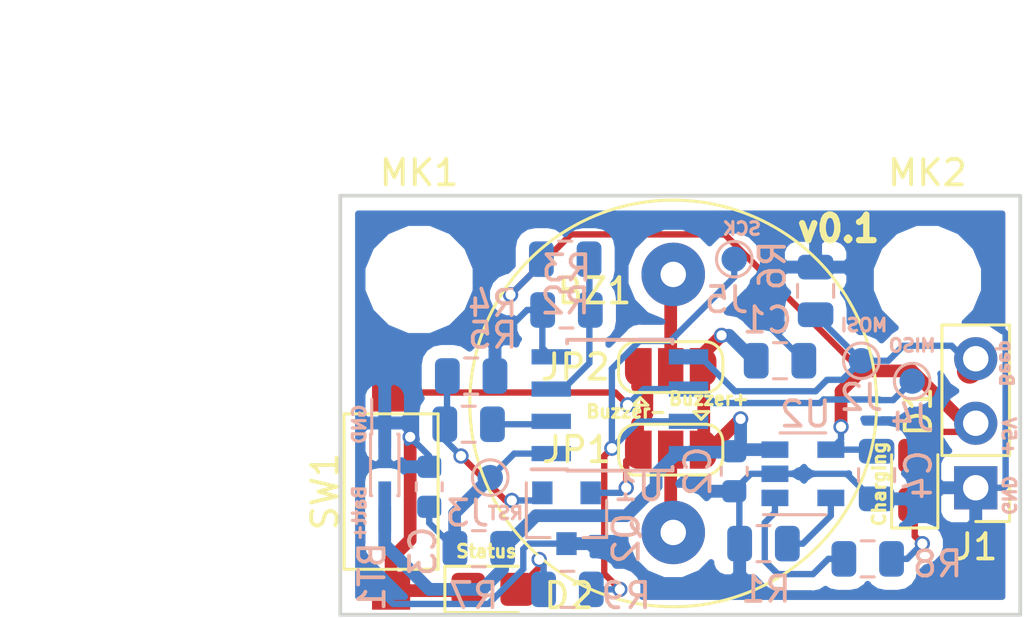
<source format=kicad_pcb>
(kicad_pcb (version 20171130) (host pcbnew 5.0.1)

  (general
    (thickness 1.6)
    (drawings 21)
    (tracks 188)
    (zones 0)
    (modules 30)
    (nets 18)
  )

  (page A4)
  (layers
    (0 F.Cu signal)
    (31 B.Cu signal)
    (32 B.Adhes user)
    (33 F.Adhes user)
    (34 B.Paste user)
    (35 F.Paste user)
    (36 B.SilkS user)
    (37 F.SilkS user)
    (38 B.Mask user)
    (39 F.Mask user)
    (40 Dwgs.User user)
    (41 Cmts.User user)
    (42 Eco1.User user)
    (43 Eco2.User user)
    (44 Edge.Cuts user)
    (45 Margin user)
    (46 B.CrtYd user)
    (47 F.CrtYd user)
    (48 B.Fab user hide)
    (49 F.Fab user hide)
  )

  (setup
    (last_trace_width 0.25)
    (user_trace_width 0.5)
    (user_trace_width 1)
    (trace_clearance 0.2)
    (zone_clearance 0.508)
    (zone_45_only no)
    (trace_min 0.2)
    (segment_width 0.2)
    (edge_width 0.15)
    (via_size 0.6)
    (via_drill 0.4)
    (via_min_size 0.508)
    (via_min_drill 0.254)
    (uvia_size 0.6858)
    (uvia_drill 0.3302)
    (uvias_allowed no)
    (uvia_min_size 0)
    (uvia_min_drill 0)
    (pcb_text_width 0.3)
    (pcb_text_size 1.5 1.5)
    (mod_edge_width 0.15)
    (mod_text_size 1 1)
    (mod_text_width 0.15)
    (pad_size 1.524 1.524)
    (pad_drill 0.762)
    (pad_to_mask_clearance 0.0508)
    (solder_mask_min_width 0.25)
    (aux_axis_origin 0 0)
    (visible_elements FFFFFF7F)
    (pcbplotparams
      (layerselection 0x00030_80000001)
      (usegerberextensions false)
      (usegerberattributes false)
      (usegerberadvancedattributes false)
      (creategerberjobfile false)
      (excludeedgelayer true)
      (linewidth 0.100000)
      (plotframeref false)
      (viasonmask false)
      (mode 1)
      (useauxorigin false)
      (hpglpennumber 1)
      (hpglpenspeed 20)
      (hpglpendiameter 15.000000)
      (psnegative false)
      (psa4output false)
      (plotreference true)
      (plotvalue true)
      (plotinvisibletext false)
      (padsonsilk false)
      (subtractmaskfromsilk false)
      (outputformat 1)
      (mirror false)
      (drillshape 1)
      (scaleselection 1)
      (outputdirectory ""))
  )

  (net 0 "")
  (net 1 VCC)
  (net 2 GND)
  (net 3 "Net-(BZ1-Pad1)")
  (net 4 /Beeper_in)
  (net 5 +5V)
  (net 6 "Net-(Q2-Pad1)")
  (net 7 /sense)
  (net 8 "Net-(J4-Pad1)")
  (net 9 "Net-(C3-Pad2)")
  (net 10 "Net-(D1-Pad1)")
  (net 11 "Net-(R1-Pad1)")
  (net 12 "Net-(R8-Pad2)")
  (net 13 "Net-(D2-Pad2)")
  (net 14 /STATUS_OUT)
  (net 15 /BUZZER_OUT)
  (net 16 "Net-(BZ1-Pad2)")
  (net 17 /BUZZER_GND)

  (net_class Default "This is the default net class."
    (clearance 0.2)
    (trace_width 0.25)
    (via_dia 0.6)
    (via_drill 0.4)
    (uvia_dia 0.6858)
    (uvia_drill 0.3302)
    (add_net +5V)
    (add_net /BUZZER_GND)
    (add_net /BUZZER_OUT)
    (add_net /Beeper_in)
    (add_net /STATUS_OUT)
    (add_net /sense)
    (add_net GND)
    (add_net "Net-(BZ1-Pad1)")
    (add_net "Net-(BZ1-Pad2)")
    (add_net "Net-(C3-Pad2)")
    (add_net "Net-(D1-Pad1)")
    (add_net "Net-(D2-Pad2)")
    (add_net "Net-(J4-Pad1)")
    (add_net "Net-(Q2-Pad1)")
    (add_net "Net-(R1-Pad1)")
    (add_net "Net-(R8-Pad2)")
    (add_net VCC)
  )

  (net_class power ""
    (clearance 0.2)
    (trace_width 1)
    (via_dia 0.6)
    (via_drill 0.4)
    (uvia_dia 0.3)
    (uvia_drill 0.1)
  )

  (module Capacitor_SMD:C_0603_1608Metric (layer B.Cu) (tedit 5B301BBE) (tstamp 5C90500A)
    (at 140 105.9625 270)
    (descr "Capacitor SMD 0603 (1608 Metric), square (rectangular) end terminal, IPC_7351 nominal, (Body size source: http://www.tortai-tech.com/upload/download/2011102023233369053.pdf), generated with kicad-footprint-generator")
    (tags capacitor)
    (path /5C489AFB)
    (attr smd)
    (fp_text reference C3 (at 2.5375 0.25 270) (layer B.SilkS)
      (effects (font (size 1 1) (thickness 0.15)) (justify mirror))
    )
    (fp_text value 100nF (at 0 -1.43 270) (layer B.Fab)
      (effects (font (size 1 1) (thickness 0.15)) (justify mirror))
    )
    (fp_line (start -0.8 -0.4) (end -0.8 0.4) (layer B.Fab) (width 0.1))
    (fp_line (start -0.8 0.4) (end 0.8 0.4) (layer B.Fab) (width 0.1))
    (fp_line (start 0.8 0.4) (end 0.8 -0.4) (layer B.Fab) (width 0.1))
    (fp_line (start 0.8 -0.4) (end -0.8 -0.4) (layer B.Fab) (width 0.1))
    (fp_line (start -0.162779 0.51) (end 0.162779 0.51) (layer B.SilkS) (width 0.12))
    (fp_line (start -0.162779 -0.51) (end 0.162779 -0.51) (layer B.SilkS) (width 0.12))
    (fp_line (start -1.48 -0.73) (end -1.48 0.73) (layer B.CrtYd) (width 0.05))
    (fp_line (start -1.48 0.73) (end 1.48 0.73) (layer B.CrtYd) (width 0.05))
    (fp_line (start 1.48 0.73) (end 1.48 -0.73) (layer B.CrtYd) (width 0.05))
    (fp_line (start 1.48 -0.73) (end -1.48 -0.73) (layer B.CrtYd) (width 0.05))
    (fp_text user %R (at 0 0 270) (layer B.Fab)
      (effects (font (size 0.4 0.4) (thickness 0.06)) (justify mirror))
    )
    (pad 1 smd roundrect (at -0.7875 0 270) (size 0.875 0.95) (layers B.Cu B.Paste B.Mask) (roundrect_rratio 0.25)
      (net 2 GND))
    (pad 2 smd roundrect (at 0.7875 0 270) (size 0.875 0.95) (layers B.Cu B.Paste B.Mask) (roundrect_rratio 0.25)
      (net 9 "Net-(C3-Pad2)"))
    (model ${KISYS3DMOD}/Capacitor_SMD.3dshapes/C_0603_1608Metric.wrl
      (at (xyz 0 0 0))
      (scale (xyz 1 1 1))
      (rotate (xyz 0 0 0))
    )
  )

  (module Buzzers_Beepers:BUZZER (layer F.Cu) (tedit 0) (tstamp 5C3CE1DB)
    (at 149.6 102.68 90)
    (path /5C3D137A)
    (fp_text reference BZ1 (at 4.43 -3.1 180) (layer F.SilkS)
      (effects (font (size 1 1) (thickness 0.15)))
    )
    (fp_text value Buzzer (at 0 1.50114 90) (layer F.Fab)
      (effects (font (size 1 1) (thickness 0.15)))
    )
    (fp_circle (center 0 0) (end 8.001 0.24892) (layer F.SilkS) (width 0.12))
    (pad 2 thru_hole circle (at 5.08 0 90) (size 2.49936 2.49936) (drill 1.00076) (layers *.Cu *.Mask)
      (net 16 "Net-(BZ1-Pad2)"))
    (pad 1 thru_hole circle (at -5.08 0 90) (size 2.49936 2.49936) (drill 1.00076) (layers *.Cu *.Mask)
      (net 3 "Net-(BZ1-Pad1)"))
  )

  (module Jumper:SolderJumper-3_P1.3mm_Open_RoundedPad1.0x1.5mm (layer F.Cu) (tedit 5B391EB7) (tstamp 5C901B94)
    (at 149.5 104.5 180)
    (descr "SMD Solder 3-pad Jumper, 1x1.5mm rounded Pads, 0.3mm gap, open")
    (tags "solder jumper open")
    (path /5C83E5B6)
    (attr virtual)
    (fp_text reference JP1 (at 3.7 0 180) (layer F.SilkS)
      (effects (font (size 1 1) (thickness 0.15)))
    )
    (fp_text value Jumper_NC_Dual (at 0 1.9 180) (layer F.Fab)
      (effects (font (size 1 1) (thickness 0.15)))
    )
    (fp_arc (start -1.35 -0.3) (end -1.35 -1) (angle -90) (layer F.SilkS) (width 0.12))
    (fp_arc (start -1.35 0.3) (end -2.05 0.3) (angle -90) (layer F.SilkS) (width 0.12))
    (fp_arc (start 1.35 0.3) (end 1.35 1) (angle -90) (layer F.SilkS) (width 0.12))
    (fp_arc (start 1.35 -0.3) (end 2.05 -0.3) (angle -90) (layer F.SilkS) (width 0.12))
    (fp_line (start 2.3 1.25) (end -2.3 1.25) (layer F.CrtYd) (width 0.05))
    (fp_line (start 2.3 1.25) (end 2.3 -1.25) (layer F.CrtYd) (width 0.05))
    (fp_line (start -2.3 -1.25) (end -2.3 1.25) (layer F.CrtYd) (width 0.05))
    (fp_line (start -2.3 -1.25) (end 2.3 -1.25) (layer F.CrtYd) (width 0.05))
    (fp_line (start -1.4 -1) (end 1.4 -1) (layer F.SilkS) (width 0.12))
    (fp_line (start 2.05 -0.3) (end 2.05 0.3) (layer F.SilkS) (width 0.12))
    (fp_line (start 1.4 1) (end -1.4 1) (layer F.SilkS) (width 0.12))
    (fp_line (start -2.05 0.3) (end -2.05 -0.3) (layer F.SilkS) (width 0.12))
    (fp_line (start -1.2 1.2) (end -1.5 1.5) (layer F.SilkS) (width 0.12))
    (fp_line (start -1.5 1.5) (end -0.9 1.5) (layer F.SilkS) (width 0.12))
    (fp_line (start -1.2 1.2) (end -0.9 1.5) (layer F.SilkS) (width 0.12))
    (pad 2 smd rect (at 0 0 180) (size 1 1.5) (layers F.Cu F.Mask)
      (net 3 "Net-(BZ1-Pad1)"))
    (pad 3 smd custom (at 1.3 0 180) (size 1 0.5) (layers F.Cu F.Mask)
      (net 17 /BUZZER_GND) (zone_connect 0)
      (options (clearance outline) (anchor rect))
      (primitives
        (gr_circle (center 0 0.25) (end 0.5 0.25) (width 0))
        (gr_circle (center 0 -0.25) (end 0.5 -0.25) (width 0))
        (gr_poly (pts
           (xy -0.55 -0.75) (xy 0 -0.75) (xy 0 0.75) (xy -0.55 0.75)) (width 0))
      ))
    (pad 1 smd custom (at -1.3 0 180) (size 1 0.5) (layers F.Cu F.Mask)
      (net 1 VCC) (zone_connect 0)
      (options (clearance outline) (anchor rect))
      (primitives
        (gr_circle (center 0 0.25) (end 0.5 0.25) (width 0))
        (gr_circle (center 0 -0.25) (end 0.5 -0.25) (width 0))
        (gr_poly (pts
           (xy 0.55 -0.75) (xy 0 -0.75) (xy 0 0.75) (xy 0.55 0.75)) (width 0))
      ))
  )

  (module Jumper:SolderJumper-3_P1.3mm_Open_RoundedPad1.0x1.5mm (layer F.Cu) (tedit 5B391EB7) (tstamp 5C901BAA)
    (at 149.5 101.25)
    (descr "SMD Solder 3-pad Jumper, 1x1.5mm rounded Pads, 0.3mm gap, open")
    (tags "solder jumper open")
    (path /5C83EAE0)
    (attr virtual)
    (fp_text reference JP2 (at -3.75 0) (layer F.SilkS)
      (effects (font (size 1 1) (thickness 0.15)))
    )
    (fp_text value Jumper_NC_Dual (at 0 1.9) (layer F.Fab)
      (effects (font (size 1 1) (thickness 0.15)))
    )
    (fp_line (start -1.2 1.2) (end -0.9 1.5) (layer F.SilkS) (width 0.12))
    (fp_line (start -1.5 1.5) (end -0.9 1.5) (layer F.SilkS) (width 0.12))
    (fp_line (start -1.2 1.2) (end -1.5 1.5) (layer F.SilkS) (width 0.12))
    (fp_line (start -2.05 0.3) (end -2.05 -0.3) (layer F.SilkS) (width 0.12))
    (fp_line (start 1.4 1) (end -1.4 1) (layer F.SilkS) (width 0.12))
    (fp_line (start 2.05 -0.3) (end 2.05 0.3) (layer F.SilkS) (width 0.12))
    (fp_line (start -1.4 -1) (end 1.4 -1) (layer F.SilkS) (width 0.12))
    (fp_line (start -2.3 -1.25) (end 2.3 -1.25) (layer F.CrtYd) (width 0.05))
    (fp_line (start -2.3 -1.25) (end -2.3 1.25) (layer F.CrtYd) (width 0.05))
    (fp_line (start 2.3 1.25) (end 2.3 -1.25) (layer F.CrtYd) (width 0.05))
    (fp_line (start 2.3 1.25) (end -2.3 1.25) (layer F.CrtYd) (width 0.05))
    (fp_arc (start 1.35 -0.3) (end 2.05 -0.3) (angle -90) (layer F.SilkS) (width 0.12))
    (fp_arc (start 1.35 0.3) (end 1.35 1) (angle -90) (layer F.SilkS) (width 0.12))
    (fp_arc (start -1.35 0.3) (end -2.05 0.3) (angle -90) (layer F.SilkS) (width 0.12))
    (fp_arc (start -1.35 -0.3) (end -1.35 -1) (angle -90) (layer F.SilkS) (width 0.12))
    (pad 1 smd custom (at -1.3 0) (size 1 0.5) (layers F.Cu F.Mask)
      (net 17 /BUZZER_GND) (zone_connect 0)
      (options (clearance outline) (anchor rect))
      (primitives
        (gr_circle (center 0 0.25) (end 0.5 0.25) (width 0))
        (gr_circle (center 0 -0.25) (end 0.5 -0.25) (width 0))
        (gr_poly (pts
           (xy 0.55 -0.75) (xy 0 -0.75) (xy 0 0.75) (xy 0.55 0.75)) (width 0))
      ))
    (pad 3 smd custom (at 1.3 0) (size 1 0.5) (layers F.Cu F.Mask)
      (net 1 VCC) (zone_connect 0)
      (options (clearance outline) (anchor rect))
      (primitives
        (gr_circle (center 0 0.25) (end 0.5 0.25) (width 0))
        (gr_circle (center 0 -0.25) (end 0.5 -0.25) (width 0))
        (gr_poly (pts
           (xy -0.55 -0.75) (xy 0 -0.75) (xy 0 0.75) (xy -0.55 0.75)) (width 0))
      ))
    (pad 2 smd rect (at 0 0) (size 1 1.5) (layers F.Cu F.Mask)
      (net 16 "Net-(BZ1-Pad2)"))
  )

  (module Capacitor_SMD:C_0805_2012Metric (layer B.Cu) (tedit 5B36C52B) (tstamp 5C904FEA)
    (at 153.8 101)
    (descr "Capacitor SMD 0805 (2012 Metric), square (rectangular) end terminal, IPC_7351 nominal, (Body size source: https://docs.google.com/spreadsheets/d/1BsfQQcO9C6DZCsRaXUlFlo91Tg2WpOkGARC1WS5S8t0/edit?usp=sharing), generated with kicad-footprint-generator")
    (tags capacitor)
    (path /5C3E4BC6)
    (attr smd)
    (fp_text reference C1 (at -0.5 -1.6) (layer B.SilkS)
      (effects (font (size 1 1) (thickness 0.15)) (justify mirror))
    )
    (fp_text value 10µF (at 0 -1.65) (layer B.Fab)
      (effects (font (size 1 1) (thickness 0.15)) (justify mirror))
    )
    (fp_text user %R (at 0 0) (layer B.Fab)
      (effects (font (size 0.5 0.5) (thickness 0.08)) (justify mirror))
    )
    (fp_line (start 1.68 -0.95) (end -1.68 -0.95) (layer B.CrtYd) (width 0.05))
    (fp_line (start 1.68 0.95) (end 1.68 -0.95) (layer B.CrtYd) (width 0.05))
    (fp_line (start -1.68 0.95) (end 1.68 0.95) (layer B.CrtYd) (width 0.05))
    (fp_line (start -1.68 -0.95) (end -1.68 0.95) (layer B.CrtYd) (width 0.05))
    (fp_line (start -0.258578 -0.71) (end 0.258578 -0.71) (layer B.SilkS) (width 0.12))
    (fp_line (start -0.258578 0.71) (end 0.258578 0.71) (layer B.SilkS) (width 0.12))
    (fp_line (start 1 -0.6) (end -1 -0.6) (layer B.Fab) (width 0.1))
    (fp_line (start 1 0.6) (end 1 -0.6) (layer B.Fab) (width 0.1))
    (fp_line (start -1 0.6) (end 1 0.6) (layer B.Fab) (width 0.1))
    (fp_line (start -1 -0.6) (end -1 0.6) (layer B.Fab) (width 0.1))
    (pad 2 smd roundrect (at 0.9375 0) (size 0.975 1.4) (layers B.Cu B.Paste B.Mask) (roundrect_rratio 0.25)
      (net 2 GND))
    (pad 1 smd roundrect (at -0.9375 0) (size 0.975 1.4) (layers B.Cu B.Paste B.Mask) (roundrect_rratio 0.25)
      (net 1 VCC))
    (model ${KISYS3DMOD}/Capacitor_SMD.3dshapes/C_0805_2012Metric.wrl
      (at (xyz 0 0 0))
      (scale (xyz 1 1 1))
      (rotate (xyz 0 0 0))
    )
  )

  (module Capacitor_SMD:C_0603_1608Metric (layer B.Cu) (tedit 5B301BBE) (tstamp 5C904FFA)
    (at 152 105.35 270)
    (descr "Capacitor SMD 0603 (1608 Metric), square (rectangular) end terminal, IPC_7351 nominal, (Body size source: http://www.tortai-tech.com/upload/download/2011102023233369053.pdf), generated with kicad-footprint-generator")
    (tags capacitor)
    (path /5C3E4FBF)
    (attr smd)
    (fp_text reference C2 (at 0 1.43 270) (layer B.SilkS)
      (effects (font (size 1 1) (thickness 0.15)) (justify mirror))
    )
    (fp_text value 100nF (at 0 -1.43 270) (layer B.Fab)
      (effects (font (size 1 1) (thickness 0.15)) (justify mirror))
    )
    (fp_text user %R (at 0 0 270) (layer B.Fab)
      (effects (font (size 0.4 0.4) (thickness 0.06)) (justify mirror))
    )
    (fp_line (start 1.48 -0.73) (end -1.48 -0.73) (layer B.CrtYd) (width 0.05))
    (fp_line (start 1.48 0.73) (end 1.48 -0.73) (layer B.CrtYd) (width 0.05))
    (fp_line (start -1.48 0.73) (end 1.48 0.73) (layer B.CrtYd) (width 0.05))
    (fp_line (start -1.48 -0.73) (end -1.48 0.73) (layer B.CrtYd) (width 0.05))
    (fp_line (start -0.162779 -0.51) (end 0.162779 -0.51) (layer B.SilkS) (width 0.12))
    (fp_line (start -0.162779 0.51) (end 0.162779 0.51) (layer B.SilkS) (width 0.12))
    (fp_line (start 0.8 -0.4) (end -0.8 -0.4) (layer B.Fab) (width 0.1))
    (fp_line (start 0.8 0.4) (end 0.8 -0.4) (layer B.Fab) (width 0.1))
    (fp_line (start -0.8 0.4) (end 0.8 0.4) (layer B.Fab) (width 0.1))
    (fp_line (start -0.8 -0.4) (end -0.8 0.4) (layer B.Fab) (width 0.1))
    (pad 2 smd roundrect (at 0.7875 0 270) (size 0.875 0.95) (layers B.Cu B.Paste B.Mask) (roundrect_rratio 0.25)
      (net 2 GND))
    (pad 1 smd roundrect (at -0.7875 0 270) (size 0.875 0.95) (layers B.Cu B.Paste B.Mask) (roundrect_rratio 0.25)
      (net 1 VCC))
    (model ${KISYS3DMOD}/Capacitor_SMD.3dshapes/C_0603_1608Metric.wrl
      (at (xyz 0 0 0))
      (scale (xyz 1 1 1))
      (rotate (xyz 0 0 0))
    )
  )

  (module Capacitor_SMD:C_0805_2012Metric (layer B.Cu) (tedit 5B36C52B) (tstamp 5C90501A)
    (at 157.6 105.5 270)
    (descr "Capacitor SMD 0805 (2012 Metric), square (rectangular) end terminal, IPC_7351 nominal, (Body size source: https://docs.google.com/spreadsheets/d/1BsfQQcO9C6DZCsRaXUlFlo91Tg2WpOkGARC1WS5S8t0/edit?usp=sharing), generated with kicad-footprint-generator")
    (tags capacitor)
    (path /5C58722F)
    (attr smd)
    (fp_text reference C4 (at 0 -1.65 90) (layer B.SilkS)
      (effects (font (size 1 1) (thickness 0.15)) (justify mirror))
    )
    (fp_text value 10µF (at 0 -1.65 270) (layer B.Fab)
      (effects (font (size 1 1) (thickness 0.15)) (justify mirror))
    )
    (fp_line (start -1 -0.6) (end -1 0.6) (layer B.Fab) (width 0.1))
    (fp_line (start -1 0.6) (end 1 0.6) (layer B.Fab) (width 0.1))
    (fp_line (start 1 0.6) (end 1 -0.6) (layer B.Fab) (width 0.1))
    (fp_line (start 1 -0.6) (end -1 -0.6) (layer B.Fab) (width 0.1))
    (fp_line (start -0.258578 0.71) (end 0.258578 0.71) (layer B.SilkS) (width 0.12))
    (fp_line (start -0.258578 -0.71) (end 0.258578 -0.71) (layer B.SilkS) (width 0.12))
    (fp_line (start -1.68 -0.95) (end -1.68 0.95) (layer B.CrtYd) (width 0.05))
    (fp_line (start -1.68 0.95) (end 1.68 0.95) (layer B.CrtYd) (width 0.05))
    (fp_line (start 1.68 0.95) (end 1.68 -0.95) (layer B.CrtYd) (width 0.05))
    (fp_line (start 1.68 -0.95) (end -1.68 -0.95) (layer B.CrtYd) (width 0.05))
    (fp_text user %R (at 0 0 270) (layer B.Fab)
      (effects (font (size 0.5 0.5) (thickness 0.08)) (justify mirror))
    )
    (pad 1 smd roundrect (at -0.9375 0 270) (size 0.975 1.4) (layers B.Cu B.Paste B.Mask) (roundrect_rratio 0.25)
      (net 5 +5V))
    (pad 2 smd roundrect (at 0.9375 0 270) (size 0.975 1.4) (layers B.Cu B.Paste B.Mask) (roundrect_rratio 0.25)
      (net 2 GND))
    (model ${KISYS3DMOD}/Capacitor_SMD.3dshapes/C_0805_2012Metric.wrl
      (at (xyz 0 0 0))
      (scale (xyz 1 1 1))
      (rotate (xyz 0 0 0))
    )
  )

  (module LED_SMD:LED_0805_2012Metric_Castellated (layer F.Cu) (tedit 5B36C52C) (tstamp 5C90502A)
    (at 159.1 105.7 90)
    (descr "LED SMD 0805 (2012 Metric), castellated end terminal, IPC_7351 nominal, (Body size source: https://docs.google.com/spreadsheets/d/1BsfQQcO9C6DZCsRaXUlFlo91Tg2WpOkGARC1WS5S8t0/edit?usp=sharing), generated with kicad-footprint-generator")
    (tags "LED castellated")
    (path /5C588A8F)
    (attr smd)
    (fp_text reference D1 (at 2.7 0.15 90) (layer F.SilkS)
      (effects (font (size 1 1) (thickness 0.15)))
    )
    (fp_text value LED (at 0 1.6 90) (layer F.Fab)
      (effects (font (size 1 1) (thickness 0.15)))
    )
    (fp_line (start 1 -0.6) (end -0.7 -0.6) (layer F.Fab) (width 0.1))
    (fp_line (start -0.7 -0.6) (end -1 -0.3) (layer F.Fab) (width 0.1))
    (fp_line (start -1 -0.3) (end -1 0.6) (layer F.Fab) (width 0.1))
    (fp_line (start -1 0.6) (end 1 0.6) (layer F.Fab) (width 0.1))
    (fp_line (start 1 0.6) (end 1 -0.6) (layer F.Fab) (width 0.1))
    (fp_line (start 1 -0.91) (end -1.885 -0.91) (layer F.SilkS) (width 0.12))
    (fp_line (start -1.885 -0.91) (end -1.885 0.91) (layer F.SilkS) (width 0.12))
    (fp_line (start -1.885 0.91) (end 1 0.91) (layer F.SilkS) (width 0.12))
    (fp_line (start -1.88 0.9) (end -1.88 -0.9) (layer F.CrtYd) (width 0.05))
    (fp_line (start -1.88 -0.9) (end 1.88 -0.9) (layer F.CrtYd) (width 0.05))
    (fp_line (start 1.88 -0.9) (end 1.88 0.9) (layer F.CrtYd) (width 0.05))
    (fp_line (start 1.88 0.9) (end -1.88 0.9) (layer F.CrtYd) (width 0.05))
    (fp_text user %R (at 0 0 90) (layer F.Fab)
      (effects (font (size 0.5 0.5) (thickness 0.08)))
    )
    (pad 1 smd roundrect (at -0.9625 0 90) (size 1.325 1.3) (layers F.Cu F.Paste F.Mask) (roundrect_rratio 0.192308)
      (net 10 "Net-(D1-Pad1)"))
    (pad 2 smd roundrect (at 0.9625 0 90) (size 1.325 1.3) (layers F.Cu F.Paste F.Mask) (roundrect_rratio 0.192308)
      (net 5 +5V))
    (model ${KISYS3DMOD}/LED_SMD.3dshapes/LED_0805_2012Metric_Castellated.wrl
      (at (xyz 0 0 0))
      (scale (xyz 1 1 1))
      (rotate (xyz 0 0 0))
    )
  )

  (module LED_SMD:LED_0805_2012Metric_Castellated (layer F.Cu) (tedit 5B36C52C) (tstamp 5C90503C)
    (at 142.5 110)
    (descr "LED SMD 0805 (2012 Metric), castellated end terminal, IPC_7351 nominal, (Body size source: https://docs.google.com/spreadsheets/d/1BsfQQcO9C6DZCsRaXUlFlo91Tg2WpOkGARC1WS5S8t0/edit?usp=sharing), generated with kicad-footprint-generator")
    (tags "LED castellated")
    (path /5C829CD7)
    (attr smd)
    (fp_text reference D2 (at 3 0.25) (layer F.SilkS)
      (effects (font (size 1 1) (thickness 0.15)))
    )
    (fp_text value LED (at 0 1.6) (layer F.Fab)
      (effects (font (size 1 1) (thickness 0.15)))
    )
    (fp_text user %R (at 0 0) (layer F.Fab)
      (effects (font (size 0.5 0.5) (thickness 0.08)))
    )
    (fp_line (start 1.88 0.9) (end -1.88 0.9) (layer F.CrtYd) (width 0.05))
    (fp_line (start 1.88 -0.9) (end 1.88 0.9) (layer F.CrtYd) (width 0.05))
    (fp_line (start -1.88 -0.9) (end 1.88 -0.9) (layer F.CrtYd) (width 0.05))
    (fp_line (start -1.88 0.9) (end -1.88 -0.9) (layer F.CrtYd) (width 0.05))
    (fp_line (start -1.885 0.91) (end 1 0.91) (layer F.SilkS) (width 0.12))
    (fp_line (start -1.885 -0.91) (end -1.885 0.91) (layer F.SilkS) (width 0.12))
    (fp_line (start 1 -0.91) (end -1.885 -0.91) (layer F.SilkS) (width 0.12))
    (fp_line (start 1 0.6) (end 1 -0.6) (layer F.Fab) (width 0.1))
    (fp_line (start -1 0.6) (end 1 0.6) (layer F.Fab) (width 0.1))
    (fp_line (start -1 -0.3) (end -1 0.6) (layer F.Fab) (width 0.1))
    (fp_line (start -0.7 -0.6) (end -1 -0.3) (layer F.Fab) (width 0.1))
    (fp_line (start 1 -0.6) (end -0.7 -0.6) (layer F.Fab) (width 0.1))
    (pad 2 smd roundrect (at 0.9625 0) (size 1.325 1.3) (layers F.Cu F.Paste F.Mask) (roundrect_rratio 0.192308)
      (net 13 "Net-(D2-Pad2)"))
    (pad 1 smd roundrect (at -0.9625 0) (size 1.325 1.3) (layers F.Cu F.Paste F.Mask) (roundrect_rratio 0.192308)
      (net 2 GND))
    (model ${KISYS3DMOD}/LED_SMD.3dshapes/LED_0805_2012Metric_Castellated.wrl
      (at (xyz 0 0 0))
      (scale (xyz 1 1 1))
      (rotate (xyz 0 0 0))
    )
  )

  (module Connector_PinHeader_2.54mm:PinHeader_1x03_P2.54mm_Vertical (layer F.Cu) (tedit 59FED5CC) (tstamp 5C90504E)
    (at 161.5 106 180)
    (descr "Through hole straight pin header, 1x03, 2.54mm pitch, single row")
    (tags "Through hole pin header THT 1x03 2.54mm single row")
    (path /5C3D3B3D)
    (fp_text reference J1 (at 0 -2.33 180) (layer F.SilkS)
      (effects (font (size 1 1) (thickness 0.15)))
    )
    (fp_text value Conn_01x03 (at 0 7.41 180) (layer F.Fab)
      (effects (font (size 1 1) (thickness 0.15)))
    )
    (fp_line (start -0.635 -1.27) (end 1.27 -1.27) (layer F.Fab) (width 0.1))
    (fp_line (start 1.27 -1.27) (end 1.27 6.35) (layer F.Fab) (width 0.1))
    (fp_line (start 1.27 6.35) (end -1.27 6.35) (layer F.Fab) (width 0.1))
    (fp_line (start -1.27 6.35) (end -1.27 -0.635) (layer F.Fab) (width 0.1))
    (fp_line (start -1.27 -0.635) (end -0.635 -1.27) (layer F.Fab) (width 0.1))
    (fp_line (start -1.33 6.41) (end 1.33 6.41) (layer F.SilkS) (width 0.12))
    (fp_line (start -1.33 1.27) (end -1.33 6.41) (layer F.SilkS) (width 0.12))
    (fp_line (start 1.33 1.27) (end 1.33 6.41) (layer F.SilkS) (width 0.12))
    (fp_line (start -1.33 1.27) (end 1.33 1.27) (layer F.SilkS) (width 0.12))
    (fp_line (start -1.33 0) (end -1.33 -1.33) (layer F.SilkS) (width 0.12))
    (fp_line (start -1.33 -1.33) (end 0 -1.33) (layer F.SilkS) (width 0.12))
    (fp_line (start -1.8 -1.8) (end -1.8 6.85) (layer F.CrtYd) (width 0.05))
    (fp_line (start -1.8 6.85) (end 1.8 6.85) (layer F.CrtYd) (width 0.05))
    (fp_line (start 1.8 6.85) (end 1.8 -1.8) (layer F.CrtYd) (width 0.05))
    (fp_line (start 1.8 -1.8) (end -1.8 -1.8) (layer F.CrtYd) (width 0.05))
    (fp_text user %R (at 0 2.54 270) (layer F.Fab)
      (effects (font (size 1 1) (thickness 0.15)))
    )
    (pad 1 thru_hole rect (at 0 0 180) (size 1.7 1.7) (drill 1) (layers *.Cu *.Mask)
      (net 2 GND))
    (pad 2 thru_hole oval (at 0 2.54 180) (size 1.7 1.7) (drill 1) (layers *.Cu *.Mask)
      (net 5 +5V))
    (pad 3 thru_hole oval (at 0 5.08 180) (size 1.7 1.7) (drill 1) (layers *.Cu *.Mask)
      (net 4 /Beeper_in))
    (model ${KISYS3DMOD}/Connector_PinHeader_2.54mm.3dshapes/PinHeader_1x03_P2.54mm_Vertical.wrl
      (at (xyz 0 0 0))
      (scale (xyz 1 1 1))
      (rotate (xyz 0 0 0))
    )
  )

  (module TestPoint:TestPoint_Pad_D1.0mm (layer B.Cu) (tedit 5A0F774F) (tstamp 5C905064)
    (at 157 101)
    (descr "SMD pad as test Point, diameter 1.0mm")
    (tags "test point SMD pad")
    (path /5C3E319D)
    (attr virtual)
    (fp_text reference J2 (at 0 1.448) (layer B.SilkS)
      (effects (font (size 1 1) (thickness 0.15)) (justify mirror))
    )
    (fp_text value TEST_1P (at 0 -1.55) (layer B.Fab)
      (effects (font (size 1 1) (thickness 0.15)) (justify mirror))
    )
    (fp_text user %R (at 0 1.45) (layer B.Fab)
      (effects (font (size 1 1) (thickness 0.15)) (justify mirror))
    )
    (fp_circle (center 0 0) (end 1 0) (layer B.CrtYd) (width 0.05))
    (fp_circle (center 0 0) (end 0 -0.7) (layer B.SilkS) (width 0.12))
    (pad 1 smd circle (at 0 0) (size 1 1) (layers B.Cu B.Mask)
      (net 4 /Beeper_in))
  )

  (module TestPoint:TestPoint_Pad_D1.0mm (layer B.Cu) (tedit 5A0F774F) (tstamp 5C90506B)
    (at 142.4 105.6)
    (descr "SMD pad as test Point, diameter 1.0mm")
    (tags "test point SMD pad")
    (path /5C3E3019)
    (attr virtual)
    (fp_text reference J3 (at -0.9 1.4) (layer B.SilkS)
      (effects (font (size 1 1) (thickness 0.15)) (justify mirror))
    )
    (fp_text value TEST_1P (at 0 -1.55) (layer B.Fab)
      (effects (font (size 1 1) (thickness 0.15)) (justify mirror))
    )
    (fp_circle (center 0 0) (end 0 -0.7) (layer B.SilkS) (width 0.12))
    (fp_circle (center 0 0) (end 1 0) (layer B.CrtYd) (width 0.05))
    (fp_text user %R (at 0 1.45) (layer B.Fab)
      (effects (font (size 1 1) (thickness 0.15)) (justify mirror))
    )
    (pad 1 smd circle (at 0 0) (size 1 1) (layers B.Cu B.Mask)
      (net 9 "Net-(C3-Pad2)"))
  )

  (module TestPoint:TestPoint_Pad_D1.0mm (layer B.Cu) (tedit 5A0F774F) (tstamp 5C905072)
    (at 159 101.8)
    (descr "SMD pad as test Point, diameter 1.0mm")
    (tags "test point SMD pad")
    (path /5C3E395C)
    (attr virtual)
    (fp_text reference J4 (at 0 1.448) (layer B.SilkS)
      (effects (font (size 1 1) (thickness 0.15)) (justify mirror))
    )
    (fp_text value TEST_1P (at 0 -1.55) (layer B.Fab)
      (effects (font (size 1 1) (thickness 0.15)) (justify mirror))
    )
    (fp_text user %R (at 0 1.45) (layer B.Fab)
      (effects (font (size 1 1) (thickness 0.15)) (justify mirror))
    )
    (fp_circle (center 0 0) (end 1 0) (layer B.CrtYd) (width 0.05))
    (fp_circle (center 0 0) (end 0 -0.7) (layer B.SilkS) (width 0.12))
    (pad 1 smd circle (at 0 0) (size 1 1) (layers B.Cu B.Mask)
      (net 8 "Net-(J4-Pad1)"))
  )

  (module TestPoint:TestPoint_Pad_D1.0mm (layer B.Cu) (tedit 5A0F774F) (tstamp 5C905079)
    (at 152 97)
    (descr "SMD pad as test Point, diameter 1.0mm")
    (tags "test point SMD pad")
    (path /5C3E375D)
    (attr virtual)
    (fp_text reference J5 (at -0.3 1.6) (layer B.SilkS)
      (effects (font (size 1 1) (thickness 0.15)) (justify mirror))
    )
    (fp_text value TEST_1P (at 0 -1.55) (layer B.Fab)
      (effects (font (size 1 1) (thickness 0.15)) (justify mirror))
    )
    (fp_circle (center 0 0) (end 0 -0.7) (layer B.SilkS) (width 0.12))
    (fp_circle (center 0 0) (end 1 0) (layer B.CrtYd) (width 0.05))
    (fp_text user %R (at 0 1.45) (layer B.Fab)
      (effects (font (size 1 1) (thickness 0.15)) (justify mirror))
    )
    (pad 1 smd circle (at 0 0) (size 1 1) (layers B.Cu B.Mask)
      (net 14 /STATUS_OUT))
  )

  (module MountingHole:MountingHole_3.2mm_M3 (layer F.Cu) (tedit 56D1B4CB) (tstamp 5C905080)
    (at 139.6 97.8)
    (descr "Mounting Hole 3.2mm, no annular, M3")
    (tags "mounting hole 3.2mm no annular m3")
    (path /5C3CEC4A)
    (attr virtual)
    (fp_text reference MK1 (at 0 -4.2) (layer F.SilkS)
      (effects (font (size 1 1) (thickness 0.15)))
    )
    (fp_text value Mounting_Hole (at 0 4.2) (layer F.Fab)
      (effects (font (size 1 1) (thickness 0.15)))
    )
    (fp_circle (center 0 0) (end 3.45 0) (layer F.CrtYd) (width 0.05))
    (fp_circle (center 0 0) (end 3.2 0) (layer Cmts.User) (width 0.15))
    (fp_text user %R (at 0.3 0) (layer F.Fab)
      (effects (font (size 1 1) (thickness 0.15)))
    )
    (pad 1 np_thru_hole circle (at 0 0) (size 3.2 3.2) (drill 3.2) (layers *.Cu *.Mask))
  )

  (module MountingHole:MountingHole_3.2mm_M3 (layer F.Cu) (tedit 56D1B4CB) (tstamp 5C905087)
    (at 159.6 97.8)
    (descr "Mounting Hole 3.2mm, no annular, M3")
    (tags "mounting hole 3.2mm no annular m3")
    (path /5C3CED0B)
    (attr virtual)
    (fp_text reference MK2 (at 0 -4.2) (layer F.SilkS)
      (effects (font (size 1 1) (thickness 0.15)))
    )
    (fp_text value Mounting_Hole (at 0 4.2) (layer F.Fab)
      (effects (font (size 1 1) (thickness 0.15)))
    )
    (fp_text user %R (at 0.3 0) (layer F.Fab)
      (effects (font (size 1 1) (thickness 0.15)))
    )
    (fp_circle (center 0 0) (end 3.2 0) (layer Cmts.User) (width 0.15))
    (fp_circle (center 0 0) (end 3.45 0) (layer F.CrtYd) (width 0.05))
    (pad 1 np_thru_hole circle (at 0 0) (size 3.2 3.2) (drill 3.2) (layers *.Cu *.Mask))
  )

  (module Package_TO_SOT_SMD:SOT-23 (layer B.Cu) (tedit 5A02FF57) (tstamp 5C90508E)
    (at 145.4 107.2 270)
    (descr "SOT-23, Standard")
    (tags SOT-23)
    (path /5C3D1462)
    (attr smd)
    (fp_text reference Q2 (at 0.8 -2.35 90) (layer B.SilkS)
      (effects (font (size 1 1) (thickness 0.15)) (justify mirror))
    )
    (fp_text value Q_NMOS_DGS (at 0 -2.5 270) (layer B.Fab)
      (effects (font (size 1 1) (thickness 0.15)) (justify mirror))
    )
    (fp_text user %R (at 0 0 180) (layer B.Fab)
      (effects (font (size 0.5 0.5) (thickness 0.075)) (justify mirror))
    )
    (fp_line (start -0.7 0.95) (end -0.7 -1.5) (layer B.Fab) (width 0.1))
    (fp_line (start -0.15 1.52) (end 0.7 1.52) (layer B.Fab) (width 0.1))
    (fp_line (start -0.7 0.95) (end -0.15 1.52) (layer B.Fab) (width 0.1))
    (fp_line (start 0.7 1.52) (end 0.7 -1.52) (layer B.Fab) (width 0.1))
    (fp_line (start -0.7 -1.52) (end 0.7 -1.52) (layer B.Fab) (width 0.1))
    (fp_line (start 0.76 -1.58) (end 0.76 -0.65) (layer B.SilkS) (width 0.12))
    (fp_line (start 0.76 1.58) (end 0.76 0.65) (layer B.SilkS) (width 0.12))
    (fp_line (start -1.7 1.75) (end 1.7 1.75) (layer B.CrtYd) (width 0.05))
    (fp_line (start 1.7 1.75) (end 1.7 -1.75) (layer B.CrtYd) (width 0.05))
    (fp_line (start 1.7 -1.75) (end -1.7 -1.75) (layer B.CrtYd) (width 0.05))
    (fp_line (start -1.7 -1.75) (end -1.7 1.75) (layer B.CrtYd) (width 0.05))
    (fp_line (start 0.76 1.58) (end -1.4 1.58) (layer B.SilkS) (width 0.12))
    (fp_line (start 0.76 -1.58) (end -0.7 -1.58) (layer B.SilkS) (width 0.12))
    (pad 1 smd rect (at -1 0.95 270) (size 0.9 0.8) (layers B.Cu B.Paste B.Mask)
      (net 6 "Net-(Q2-Pad1)"))
    (pad 2 smd rect (at -1 -0.95 270) (size 0.9 0.8) (layers B.Cu B.Paste B.Mask)
      (net 17 /BUZZER_GND))
    (pad 3 smd rect (at 1 0 270) (size 0.9 0.8) (layers B.Cu B.Paste B.Mask)
      (net 2 GND))
    (model ${KISYS3DMOD}/Package_TO_SOT_SMD.3dshapes/SOT-23.wrl
      (at (xyz 0 0 0))
      (scale (xyz 1 1 1))
      (rotate (xyz 0 0 0))
    )
  )

  (module Resistor_SMD:R_0805_2012Metric (layer B.Cu) (tedit 5B36C52B) (tstamp 5C9050A2)
    (at 153.15 108.2 180)
    (descr "Resistor SMD 0805 (2012 Metric), square (rectangular) end terminal, IPC_7351 nominal, (Body size source: https://docs.google.com/spreadsheets/d/1BsfQQcO9C6DZCsRaXUlFlo91Tg2WpOkGARC1WS5S8t0/edit?usp=sharing), generated with kicad-footprint-generator")
    (tags resistor)
    (path /5C586D86)
    (attr smd)
    (fp_text reference R1 (at -0.1 -1.8 180) (layer B.SilkS)
      (effects (font (size 1 1) (thickness 0.15)) (justify mirror))
    )
    (fp_text value 10k (at 0 -1.65 180) (layer B.Fab)
      (effects (font (size 1 1) (thickness 0.15)) (justify mirror))
    )
    (fp_line (start -1 -0.6) (end -1 0.6) (layer B.Fab) (width 0.1))
    (fp_line (start -1 0.6) (end 1 0.6) (layer B.Fab) (width 0.1))
    (fp_line (start 1 0.6) (end 1 -0.6) (layer B.Fab) (width 0.1))
    (fp_line (start 1 -0.6) (end -1 -0.6) (layer B.Fab) (width 0.1))
    (fp_line (start -0.258578 0.71) (end 0.258578 0.71) (layer B.SilkS) (width 0.12))
    (fp_line (start -0.258578 -0.71) (end 0.258578 -0.71) (layer B.SilkS) (width 0.12))
    (fp_line (start -1.68 -0.95) (end -1.68 0.95) (layer B.CrtYd) (width 0.05))
    (fp_line (start -1.68 0.95) (end 1.68 0.95) (layer B.CrtYd) (width 0.05))
    (fp_line (start 1.68 0.95) (end 1.68 -0.95) (layer B.CrtYd) (width 0.05))
    (fp_line (start 1.68 -0.95) (end -1.68 -0.95) (layer B.CrtYd) (width 0.05))
    (fp_text user %R (at 0 0 180) (layer B.Fab)
      (effects (font (size 0.5 0.5) (thickness 0.08)) (justify mirror))
    )
    (pad 1 smd roundrect (at -0.9375 0 180) (size 0.975 1.4) (layers B.Cu B.Paste B.Mask) (roundrect_rratio 0.25)
      (net 11 "Net-(R1-Pad1)"))
    (pad 2 smd roundrect (at 0.9375 0 180) (size 0.975 1.4) (layers B.Cu B.Paste B.Mask) (roundrect_rratio 0.25)
      (net 2 GND))
    (model ${KISYS3DMOD}/Resistor_SMD.3dshapes/R_0805_2012Metric.wrl
      (at (xyz 0 0 0))
      (scale (xyz 1 1 1))
      (rotate (xyz 0 0 0))
    )
  )

  (module Resistor_SMD:R_0805_2012Metric (layer B.Cu) (tedit 5B36C52B) (tstamp 5C9050B2)
    (at 145.35 97)
    (descr "Resistor SMD 0805 (2012 Metric), square (rectangular) end terminal, IPC_7351 nominal, (Body size source: https://docs.google.com/spreadsheets/d/1BsfQQcO9C6DZCsRaXUlFlo91Tg2WpOkGARC1WS5S8t0/edit?usp=sharing), generated with kicad-footprint-generator")
    (tags resistor)
    (path /5C3D0301)
    (attr smd)
    (fp_text reference R2 (at 0 1.65) (layer B.SilkS)
      (effects (font (size 1 1) (thickness 0.15)) (justify mirror))
    )
    (fp_text value 10k (at 0 -1.65) (layer B.Fab)
      (effects (font (size 1 1) (thickness 0.15)) (justify mirror))
    )
    (fp_text user %R (at 0 0) (layer B.Fab)
      (effects (font (size 0.5 0.5) (thickness 0.08)) (justify mirror))
    )
    (fp_line (start 1.68 -0.95) (end -1.68 -0.95) (layer B.CrtYd) (width 0.05))
    (fp_line (start 1.68 0.95) (end 1.68 -0.95) (layer B.CrtYd) (width 0.05))
    (fp_line (start -1.68 0.95) (end 1.68 0.95) (layer B.CrtYd) (width 0.05))
    (fp_line (start -1.68 -0.95) (end -1.68 0.95) (layer B.CrtYd) (width 0.05))
    (fp_line (start -0.258578 -0.71) (end 0.258578 -0.71) (layer B.SilkS) (width 0.12))
    (fp_line (start -0.258578 0.71) (end 0.258578 0.71) (layer B.SilkS) (width 0.12))
    (fp_line (start 1 -0.6) (end -1 -0.6) (layer B.Fab) (width 0.1))
    (fp_line (start 1 0.6) (end 1 -0.6) (layer B.Fab) (width 0.1))
    (fp_line (start -1 0.6) (end 1 0.6) (layer B.Fab) (width 0.1))
    (fp_line (start -1 -0.6) (end -1 0.6) (layer B.Fab) (width 0.1))
    (pad 2 smd roundrect (at 0.9375 0) (size 0.975 1.4) (layers B.Cu B.Paste B.Mask) (roundrect_rratio 0.25)
      (net 7 /sense))
    (pad 1 smd roundrect (at -0.9375 0) (size 0.975 1.4) (layers B.Cu B.Paste B.Mask) (roundrect_rratio 0.25)
      (net 5 +5V))
    (model ${KISYS3DMOD}/Resistor_SMD.3dshapes/R_0805_2012Metric.wrl
      (at (xyz 0 0 0))
      (scale (xyz 1 1 1))
      (rotate (xyz 0 0 0))
    )
  )

  (module Resistor_SMD:R_0805_2012Metric (layer B.Cu) (tedit 5B36C52B) (tstamp 5C9050C2)
    (at 145.4 99 180)
    (descr "Resistor SMD 0805 (2012 Metric), square (rectangular) end terminal, IPC_7351 nominal, (Body size source: https://docs.google.com/spreadsheets/d/1BsfQQcO9C6DZCsRaXUlFlo91Tg2WpOkGARC1WS5S8t0/edit?usp=sharing), generated with kicad-footprint-generator")
    (tags resistor)
    (path /5C3D036F)
    (attr smd)
    (fp_text reference R3 (at 0 1.65 180) (layer B.SilkS)
      (effects (font (size 1 1) (thickness 0.15)) (justify mirror))
    )
    (fp_text value 10k (at 0 -1.65 180) (layer B.Fab)
      (effects (font (size 1 1) (thickness 0.15)) (justify mirror))
    )
    (fp_line (start -1 -0.6) (end -1 0.6) (layer B.Fab) (width 0.1))
    (fp_line (start -1 0.6) (end 1 0.6) (layer B.Fab) (width 0.1))
    (fp_line (start 1 0.6) (end 1 -0.6) (layer B.Fab) (width 0.1))
    (fp_line (start 1 -0.6) (end -1 -0.6) (layer B.Fab) (width 0.1))
    (fp_line (start -0.258578 0.71) (end 0.258578 0.71) (layer B.SilkS) (width 0.12))
    (fp_line (start -0.258578 -0.71) (end 0.258578 -0.71) (layer B.SilkS) (width 0.12))
    (fp_line (start -1.68 -0.95) (end -1.68 0.95) (layer B.CrtYd) (width 0.05))
    (fp_line (start -1.68 0.95) (end 1.68 0.95) (layer B.CrtYd) (width 0.05))
    (fp_line (start 1.68 0.95) (end 1.68 -0.95) (layer B.CrtYd) (width 0.05))
    (fp_line (start 1.68 -0.95) (end -1.68 -0.95) (layer B.CrtYd) (width 0.05))
    (fp_text user %R (at 0 0 180) (layer B.Fab)
      (effects (font (size 0.5 0.5) (thickness 0.08)) (justify mirror))
    )
    (pad 1 smd roundrect (at -0.9375 0 180) (size 0.975 1.4) (layers B.Cu B.Paste B.Mask) (roundrect_rratio 0.25)
      (net 7 /sense))
    (pad 2 smd roundrect (at 0.9375 0 180) (size 0.975 1.4) (layers B.Cu B.Paste B.Mask) (roundrect_rratio 0.25)
      (net 2 GND))
    (model ${KISYS3DMOD}/Resistor_SMD.3dshapes/R_0805_2012Metric.wrl
      (at (xyz 0 0 0))
      (scale (xyz 1 1 1))
      (rotate (xyz 0 0 0))
    )
  )

  (module Resistor_SMD:R_0805_2012Metric (layer B.Cu) (tedit 5B36C52B) (tstamp 5C9050D2)
    (at 141.65 101.6)
    (descr "Resistor SMD 0805 (2012 Metric), square (rectangular) end terminal, IPC_7351 nominal, (Body size source: https://docs.google.com/spreadsheets/d/1BsfQQcO9C6DZCsRaXUlFlo91Tg2WpOkGARC1WS5S8t0/edit?usp=sharing), generated with kicad-footprint-generator")
    (tags resistor)
    (path /5C3E65D1)
    (attr smd)
    (fp_text reference R4 (at 0.85 -2.85) (layer B.SilkS)
      (effects (font (size 1 1) (thickness 0.15)) (justify mirror))
    )
    (fp_text value 100k (at 0 -1.65) (layer B.Fab)
      (effects (font (size 1 1) (thickness 0.15)) (justify mirror))
    )
    (fp_line (start -1 -0.6) (end -1 0.6) (layer B.Fab) (width 0.1))
    (fp_line (start -1 0.6) (end 1 0.6) (layer B.Fab) (width 0.1))
    (fp_line (start 1 0.6) (end 1 -0.6) (layer B.Fab) (width 0.1))
    (fp_line (start 1 -0.6) (end -1 -0.6) (layer B.Fab) (width 0.1))
    (fp_line (start -0.258578 0.71) (end 0.258578 0.71) (layer B.SilkS) (width 0.12))
    (fp_line (start -0.258578 -0.71) (end 0.258578 -0.71) (layer B.SilkS) (width 0.12))
    (fp_line (start -1.68 -0.95) (end -1.68 0.95) (layer B.CrtYd) (width 0.05))
    (fp_line (start -1.68 0.95) (end 1.68 0.95) (layer B.CrtYd) (width 0.05))
    (fp_line (start 1.68 0.95) (end 1.68 -0.95) (layer B.CrtYd) (width 0.05))
    (fp_line (start 1.68 -0.95) (end -1.68 -0.95) (layer B.CrtYd) (width 0.05))
    (fp_text user %R (at 0 0) (layer B.Fab)
      (effects (font (size 0.5 0.5) (thickness 0.08)) (justify mirror))
    )
    (pad 1 smd roundrect (at -0.9375 0) (size 0.975 1.4) (layers B.Cu B.Paste B.Mask) (roundrect_rratio 0.25)
      (net 6 "Net-(Q2-Pad1)"))
    (pad 2 smd roundrect (at 0.9375 0) (size 0.975 1.4) (layers B.Cu B.Paste B.Mask) (roundrect_rratio 0.25)
      (net 2 GND))
    (model ${KISYS3DMOD}/Resistor_SMD.3dshapes/R_0805_2012Metric.wrl
      (at (xyz 0 0 0))
      (scale (xyz 1 1 1))
      (rotate (xyz 0 0 0))
    )
  )

  (module Resistor_SMD:R_0805_2012Metric (layer B.Cu) (tedit 5B36C52B) (tstamp 5C9050E2)
    (at 141.55 103.5)
    (descr "Resistor SMD 0805 (2012 Metric), square (rectangular) end terminal, IPC_7351 nominal, (Body size source: https://docs.google.com/spreadsheets/d/1BsfQQcO9C6DZCsRaXUlFlo91Tg2WpOkGARC1WS5S8t0/edit?usp=sharing), generated with kicad-footprint-generator")
    (tags resistor)
    (path /5C3D1E79)
    (attr smd)
    (fp_text reference R5 (at 0.95 -3.5) (layer B.SilkS)
      (effects (font (size 1 1) (thickness 0.15)) (justify mirror))
    )
    (fp_text value 1k (at 0 -1.65) (layer B.Fab)
      (effects (font (size 1 1) (thickness 0.15)) (justify mirror))
    )
    (fp_text user %R (at 0 0) (layer B.Fab)
      (effects (font (size 0.5 0.5) (thickness 0.08)) (justify mirror))
    )
    (fp_line (start 1.68 -0.95) (end -1.68 -0.95) (layer B.CrtYd) (width 0.05))
    (fp_line (start 1.68 0.95) (end 1.68 -0.95) (layer B.CrtYd) (width 0.05))
    (fp_line (start -1.68 0.95) (end 1.68 0.95) (layer B.CrtYd) (width 0.05))
    (fp_line (start -1.68 -0.95) (end -1.68 0.95) (layer B.CrtYd) (width 0.05))
    (fp_line (start -0.258578 -0.71) (end 0.258578 -0.71) (layer B.SilkS) (width 0.12))
    (fp_line (start -0.258578 0.71) (end 0.258578 0.71) (layer B.SilkS) (width 0.12))
    (fp_line (start 1 -0.6) (end -1 -0.6) (layer B.Fab) (width 0.1))
    (fp_line (start 1 0.6) (end 1 -0.6) (layer B.Fab) (width 0.1))
    (fp_line (start -1 0.6) (end 1 0.6) (layer B.Fab) (width 0.1))
    (fp_line (start -1 -0.6) (end -1 0.6) (layer B.Fab) (width 0.1))
    (pad 2 smd roundrect (at 0.9375 0) (size 0.975 1.4) (layers B.Cu B.Paste B.Mask) (roundrect_rratio 0.25)
      (net 15 /BUZZER_OUT))
    (pad 1 smd roundrect (at -0.9375 0) (size 0.975 1.4) (layers B.Cu B.Paste B.Mask) (roundrect_rratio 0.25)
      (net 6 "Net-(Q2-Pad1)"))
    (model ${KISYS3DMOD}/Resistor_SMD.3dshapes/R_0805_2012Metric.wrl
      (at (xyz 0 0 0))
      (scale (xyz 1 1 1))
      (rotate (xyz 0 0 0))
    )
  )

  (module Resistor_SMD:R_0805_2012Metric (layer B.Cu) (tedit 5B36C52B) (tstamp 5C90864B)
    (at 155.2 98.25 90)
    (descr "Resistor SMD 0805 (2012 Metric), square (rectangular) end terminal, IPC_7351 nominal, (Body size source: https://docs.google.com/spreadsheets/d/1BsfQQcO9C6DZCsRaXUlFlo91Tg2WpOkGARC1WS5S8t0/edit?usp=sharing), generated with kicad-footprint-generator")
    (tags resistor)
    (path /5C43A419)
    (attr smd)
    (fp_text reference R6 (at 1 -1.7 90) (layer B.SilkS)
      (effects (font (size 1 1) (thickness 0.15)) (justify mirror))
    )
    (fp_text value 100k (at 0 -1.65 90) (layer B.Fab)
      (effects (font (size 1 1) (thickness 0.15)) (justify mirror))
    )
    (fp_text user %R (at 0 0 90) (layer B.Fab)
      (effects (font (size 0.5 0.5) (thickness 0.08)) (justify mirror))
    )
    (fp_line (start 1.68 -0.95) (end -1.68 -0.95) (layer B.CrtYd) (width 0.05))
    (fp_line (start 1.68 0.95) (end 1.68 -0.95) (layer B.CrtYd) (width 0.05))
    (fp_line (start -1.68 0.95) (end 1.68 0.95) (layer B.CrtYd) (width 0.05))
    (fp_line (start -1.68 -0.95) (end -1.68 0.95) (layer B.CrtYd) (width 0.05))
    (fp_line (start -0.258578 -0.71) (end 0.258578 -0.71) (layer B.SilkS) (width 0.12))
    (fp_line (start -0.258578 0.71) (end 0.258578 0.71) (layer B.SilkS) (width 0.12))
    (fp_line (start 1 -0.6) (end -1 -0.6) (layer B.Fab) (width 0.1))
    (fp_line (start 1 0.6) (end 1 -0.6) (layer B.Fab) (width 0.1))
    (fp_line (start -1 0.6) (end 1 0.6) (layer B.Fab) (width 0.1))
    (fp_line (start -1 -0.6) (end -1 0.6) (layer B.Fab) (width 0.1))
    (pad 2 smd roundrect (at 0.9375 0 90) (size 0.975 1.4) (layers B.Cu B.Paste B.Mask) (roundrect_rratio 0.25)
      (net 2 GND))
    (pad 1 smd roundrect (at -0.9375 0 90) (size 0.975 1.4) (layers B.Cu B.Paste B.Mask) (roundrect_rratio 0.25)
      (net 4 /Beeper_in))
    (model ${KISYS3DMOD}/Resistor_SMD.3dshapes/R_0805_2012Metric.wrl
      (at (xyz 0 0 0))
      (scale (xyz 1 1 1))
      (rotate (xyz 0 0 0))
    )
  )

  (module Resistor_SMD:R_0805_2012Metric (layer B.Cu) (tedit 5B36C52B) (tstamp 5C909230)
    (at 141.95 108.4 180)
    (descr "Resistor SMD 0805 (2012 Metric), square (rectangular) end terminal, IPC_7351 nominal, (Body size source: https://docs.google.com/spreadsheets/d/1BsfQQcO9C6DZCsRaXUlFlo91Tg2WpOkGARC1WS5S8t0/edit?usp=sharing), generated with kicad-footprint-generator")
    (tags resistor)
    (path /5C48986E)
    (attr smd)
    (fp_text reference R7 (at 0.2 -1.85 180) (layer B.SilkS)
      (effects (font (size 1 1) (thickness 0.15)) (justify mirror))
    )
    (fp_text value 4.7k (at 0 -1.65 180) (layer B.Fab)
      (effects (font (size 1 1) (thickness 0.15)) (justify mirror))
    )
    (fp_line (start -1 -0.6) (end -1 0.6) (layer B.Fab) (width 0.1))
    (fp_line (start -1 0.6) (end 1 0.6) (layer B.Fab) (width 0.1))
    (fp_line (start 1 0.6) (end 1 -0.6) (layer B.Fab) (width 0.1))
    (fp_line (start 1 -0.6) (end -1 -0.6) (layer B.Fab) (width 0.1))
    (fp_line (start -0.258578 0.71) (end 0.258578 0.71) (layer B.SilkS) (width 0.12))
    (fp_line (start -0.258578 -0.71) (end 0.258578 -0.71) (layer B.SilkS) (width 0.12))
    (fp_line (start -1.68 -0.95) (end -1.68 0.95) (layer B.CrtYd) (width 0.05))
    (fp_line (start -1.68 0.95) (end 1.68 0.95) (layer B.CrtYd) (width 0.05))
    (fp_line (start 1.68 0.95) (end 1.68 -0.95) (layer B.CrtYd) (width 0.05))
    (fp_line (start 1.68 -0.95) (end -1.68 -0.95) (layer B.CrtYd) (width 0.05))
    (fp_text user %R (at 0 0 180) (layer B.Fab)
      (effects (font (size 0.5 0.5) (thickness 0.08)) (justify mirror))
    )
    (pad 1 smd roundrect (at -0.9375 0 180) (size 0.975 1.4) (layers B.Cu B.Paste B.Mask) (roundrect_rratio 0.25)
      (net 1 VCC))
    (pad 2 smd roundrect (at 0.9375 0 180) (size 0.975 1.4) (layers B.Cu B.Paste B.Mask) (roundrect_rratio 0.25)
      (net 9 "Net-(C3-Pad2)"))
    (model ${KISYS3DMOD}/Resistor_SMD.3dshapes/R_0805_2012Metric.wrl
      (at (xyz 0 0 0))
      (scale (xyz 1 1 1))
      (rotate (xyz 0 0 0))
    )
  )

  (module Resistor_SMD:R_0805_2012Metric (layer B.Cu) (tedit 5B36C52B) (tstamp 5C905112)
    (at 157.25 108.8 180)
    (descr "Resistor SMD 0805 (2012 Metric), square (rectangular) end terminal, IPC_7351 nominal, (Body size source: https://docs.google.com/spreadsheets/d/1BsfQQcO9C6DZCsRaXUlFlo91Tg2WpOkGARC1WS5S8t0/edit?usp=sharing), generated with kicad-footprint-generator")
    (tags resistor)
    (path /5C588580)
    (attr smd)
    (fp_text reference R8 (at -2.75 -0.2 180) (layer B.SilkS)
      (effects (font (size 1 1) (thickness 0.15)) (justify mirror))
    )
    (fp_text value 470 (at 0 -1.65 180) (layer B.Fab)
      (effects (font (size 1 1) (thickness 0.15)) (justify mirror))
    )
    (fp_text user %R (at 0 0 180) (layer B.Fab)
      (effects (font (size 0.5 0.5) (thickness 0.08)) (justify mirror))
    )
    (fp_line (start 1.68 -0.95) (end -1.68 -0.95) (layer B.CrtYd) (width 0.05))
    (fp_line (start 1.68 0.95) (end 1.68 -0.95) (layer B.CrtYd) (width 0.05))
    (fp_line (start -1.68 0.95) (end 1.68 0.95) (layer B.CrtYd) (width 0.05))
    (fp_line (start -1.68 -0.95) (end -1.68 0.95) (layer B.CrtYd) (width 0.05))
    (fp_line (start -0.258578 -0.71) (end 0.258578 -0.71) (layer B.SilkS) (width 0.12))
    (fp_line (start -0.258578 0.71) (end 0.258578 0.71) (layer B.SilkS) (width 0.12))
    (fp_line (start 1 -0.6) (end -1 -0.6) (layer B.Fab) (width 0.1))
    (fp_line (start 1 0.6) (end 1 -0.6) (layer B.Fab) (width 0.1))
    (fp_line (start -1 0.6) (end 1 0.6) (layer B.Fab) (width 0.1))
    (fp_line (start -1 -0.6) (end -1 0.6) (layer B.Fab) (width 0.1))
    (pad 2 smd roundrect (at 0.9375 0 180) (size 0.975 1.4) (layers B.Cu B.Paste B.Mask) (roundrect_rratio 0.25)
      (net 12 "Net-(R8-Pad2)"))
    (pad 1 smd roundrect (at -0.9375 0 180) (size 0.975 1.4) (layers B.Cu B.Paste B.Mask) (roundrect_rratio 0.25)
      (net 10 "Net-(D1-Pad1)"))
    (model ${KISYS3DMOD}/Resistor_SMD.3dshapes/R_0805_2012Metric.wrl
      (at (xyz 0 0 0))
      (scale (xyz 1 1 1))
      (rotate (xyz 0 0 0))
    )
  )

  (module Resistor_SMD:R_0805_2012Metric (layer B.Cu) (tedit 5B36C52B) (tstamp 5C905122)
    (at 145.4375 110 180)
    (descr "Resistor SMD 0805 (2012 Metric), square (rectangular) end terminal, IPC_7351 nominal, (Body size source: https://docs.google.com/spreadsheets/d/1BsfQQcO9C6DZCsRaXUlFlo91Tg2WpOkGARC1WS5S8t0/edit?usp=sharing), generated with kicad-footprint-generator")
    (tags resistor)
    (path /5C82B02E)
    (attr smd)
    (fp_text reference R9 (at -2.3125 -0.25 180) (layer B.SilkS)
      (effects (font (size 1 1) (thickness 0.15)) (justify mirror))
    )
    (fp_text value 470 (at 0 -1.65 180) (layer B.Fab)
      (effects (font (size 1 1) (thickness 0.15)) (justify mirror))
    )
    (fp_line (start -1 -0.6) (end -1 0.6) (layer B.Fab) (width 0.1))
    (fp_line (start -1 0.6) (end 1 0.6) (layer B.Fab) (width 0.1))
    (fp_line (start 1 0.6) (end 1 -0.6) (layer B.Fab) (width 0.1))
    (fp_line (start 1 -0.6) (end -1 -0.6) (layer B.Fab) (width 0.1))
    (fp_line (start -0.258578 0.71) (end 0.258578 0.71) (layer B.SilkS) (width 0.12))
    (fp_line (start -0.258578 -0.71) (end 0.258578 -0.71) (layer B.SilkS) (width 0.12))
    (fp_line (start -1.68 -0.95) (end -1.68 0.95) (layer B.CrtYd) (width 0.05))
    (fp_line (start -1.68 0.95) (end 1.68 0.95) (layer B.CrtYd) (width 0.05))
    (fp_line (start 1.68 0.95) (end 1.68 -0.95) (layer B.CrtYd) (width 0.05))
    (fp_line (start 1.68 -0.95) (end -1.68 -0.95) (layer B.CrtYd) (width 0.05))
    (fp_text user %R (at 0 0 180) (layer B.Fab)
      (effects (font (size 0.5 0.5) (thickness 0.08)) (justify mirror))
    )
    (pad 1 smd roundrect (at -0.9375 0 180) (size 0.975 1.4) (layers B.Cu B.Paste B.Mask) (roundrect_rratio 0.25)
      (net 14 /STATUS_OUT))
    (pad 2 smd roundrect (at 0.9375 0 180) (size 0.975 1.4) (layers B.Cu B.Paste B.Mask) (roundrect_rratio 0.25)
      (net 13 "Net-(D2-Pad2)"))
    (model ${KISYS3DMOD}/Resistor_SMD.3dshapes/R_0805_2012Metric.wrl
      (at (xyz 0 0 0))
      (scale (xyz 1 1 1))
      (rotate (xyz 0 0 0))
    )
  )

  (module Button_Switch_SMD:SW_SPST_CK_RS282G05A3 (layer F.Cu) (tedit 5A7A67D2) (tstamp 5C906131)
    (at 138.5 106.15 90)
    (descr https://www.mouser.com/ds/2/60/RS-282G05A-SM_RT-1159762.pdf)
    (tags "SPST button tactile switch")
    (path /5C3D0582)
    (attr smd)
    (fp_text reference SW1 (at 0 -2.6 90) (layer F.SilkS)
      (effects (font (size 1 1) (thickness 0.15)))
    )
    (fp_text value SW_Push (at 0 3 90) (layer F.Fab)
      (effects (font (size 1 1) (thickness 0.15)))
    )
    (fp_line (start -4.9 2.05) (end -4.9 -2.05) (layer F.CrtYd) (width 0.05))
    (fp_line (start 4.9 2.05) (end -4.9 2.05) (layer F.CrtYd) (width 0.05))
    (fp_line (start 4.9 -2.05) (end 4.9 2.05) (layer F.CrtYd) (width 0.05))
    (fp_line (start -4.9 -2.05) (end 4.9 -2.05) (layer F.CrtYd) (width 0.05))
    (fp_text user %R (at 0 -2.6 90) (layer F.Fab)
      (effects (font (size 1 1) (thickness 0.15)))
    )
    (fp_line (start -1.75 -1) (end 1.75 -1) (layer F.Fab) (width 0.1))
    (fp_line (start 1.75 -1) (end 1.75 1) (layer F.Fab) (width 0.1))
    (fp_line (start 1.75 1) (end -1.75 1) (layer F.Fab) (width 0.1))
    (fp_line (start -1.75 1) (end -1.75 -1) (layer F.Fab) (width 0.1))
    (fp_line (start -3.06 -1.85) (end 3.06 -1.85) (layer F.SilkS) (width 0.12))
    (fp_line (start 3.06 -1.85) (end 3.06 1.85) (layer F.SilkS) (width 0.12))
    (fp_line (start 3.06 1.85) (end -3.06 1.85) (layer F.SilkS) (width 0.12))
    (fp_line (start -3.06 1.85) (end -3.06 -1.85) (layer F.SilkS) (width 0.12))
    (fp_line (start -1.5 0.8) (end 1.5 0.8) (layer F.Fab) (width 0.1))
    (fp_line (start -1.5 -0.8) (end 1.5 -0.8) (layer F.Fab) (width 0.1))
    (fp_line (start 1.5 -0.8) (end 1.5 0.8) (layer F.Fab) (width 0.1))
    (fp_line (start -1.5 -0.8) (end -1.5 0.8) (layer F.Fab) (width 0.1))
    (fp_line (start -3 1.8) (end 3 1.8) (layer F.Fab) (width 0.1))
    (fp_line (start -3 -1.8) (end 3 -1.8) (layer F.Fab) (width 0.1))
    (fp_line (start -3 -1.8) (end -3 1.8) (layer F.Fab) (width 0.1))
    (fp_line (start 3 -1.8) (end 3 1.8) (layer F.Fab) (width 0.1))
    (pad 1 smd rect (at -3.9 0 90) (size 1.5 1.5) (layers F.Cu F.Paste F.Mask)
      (net 2 GND))
    (pad 2 smd rect (at 3.9 0 90) (size 1.5 1.5) (layers F.Cu F.Paste F.Mask)
      (net 8 "Net-(J4-Pad1)"))
    (model ${KISYS3DMOD}/Button_Switch_SMD.3dshapes/SW_SPST_CK_RS282G05A3.wrl
      (at (xyz 0 0 0))
      (scale (xyz 1 1 1))
      (rotate (xyz 0 0 0))
    )
  )

  (module Package_SO:SOIC-8_3.9x4.9mm_P1.27mm (layer B.Cu) (tedit 5A02F2D3) (tstamp 5C90514C)
    (at 147.5 102.75)
    (descr "8-Lead Plastic Small Outline (SN) - Narrow, 3.90 mm Body [SOIC] (see Microchip Packaging Specification 00000049BS.pdf)")
    (tags "SOIC 1.27")
    (path /5C3CE073)
    (attr smd)
    (fp_text reference U1 (at 0.75 3.25) (layer B.SilkS)
      (effects (font (size 1 1) (thickness 0.15)) (justify mirror))
    )
    (fp_text value ATTINY13A-SSU (at 0 -3.5) (layer B.Fab)
      (effects (font (size 1 1) (thickness 0.15)) (justify mirror))
    )
    (fp_text user %R (at 0 0) (layer B.Fab)
      (effects (font (size 1 1) (thickness 0.15)) (justify mirror))
    )
    (fp_line (start -0.95 2.45) (end 1.95 2.45) (layer B.Fab) (width 0.1))
    (fp_line (start 1.95 2.45) (end 1.95 -2.45) (layer B.Fab) (width 0.1))
    (fp_line (start 1.95 -2.45) (end -1.95 -2.45) (layer B.Fab) (width 0.1))
    (fp_line (start -1.95 -2.45) (end -1.95 1.45) (layer B.Fab) (width 0.1))
    (fp_line (start -1.95 1.45) (end -0.95 2.45) (layer B.Fab) (width 0.1))
    (fp_line (start -3.73 2.7) (end -3.73 -2.7) (layer B.CrtYd) (width 0.05))
    (fp_line (start 3.73 2.7) (end 3.73 -2.7) (layer B.CrtYd) (width 0.05))
    (fp_line (start -3.73 2.7) (end 3.73 2.7) (layer B.CrtYd) (width 0.05))
    (fp_line (start -3.73 -2.7) (end 3.73 -2.7) (layer B.CrtYd) (width 0.05))
    (fp_line (start -2.075 2.575) (end -2.075 2.525) (layer B.SilkS) (width 0.15))
    (fp_line (start 2.075 2.575) (end 2.075 2.43) (layer B.SilkS) (width 0.15))
    (fp_line (start 2.075 -2.575) (end 2.075 -2.43) (layer B.SilkS) (width 0.15))
    (fp_line (start -2.075 -2.575) (end -2.075 -2.43) (layer B.SilkS) (width 0.15))
    (fp_line (start -2.075 2.575) (end 2.075 2.575) (layer B.SilkS) (width 0.15))
    (fp_line (start -2.075 -2.575) (end 2.075 -2.575) (layer B.SilkS) (width 0.15))
    (fp_line (start -2.075 2.525) (end -3.475 2.525) (layer B.SilkS) (width 0.15))
    (pad 1 smd rect (at -2.7 1.905) (size 1.55 0.6) (layers B.Cu B.Paste B.Mask)
      (net 9 "Net-(C3-Pad2)"))
    (pad 2 smd rect (at -2.7 0.635) (size 1.55 0.6) (layers B.Cu B.Paste B.Mask)
      (net 15 /BUZZER_OUT))
    (pad 3 smd rect (at -2.7 -0.635) (size 1.55 0.6) (layers B.Cu B.Paste B.Mask)
      (net 7 /sense))
    (pad 4 smd rect (at -2.7 -1.905) (size 1.55 0.6) (layers B.Cu B.Paste B.Mask)
      (net 2 GND))
    (pad 5 smd rect (at 2.7 -1.905) (size 1.55 0.6) (layers B.Cu B.Paste B.Mask)
      (net 4 /Beeper_in))
    (pad 6 smd rect (at 2.7 -0.635) (size 1.55 0.6) (layers B.Cu B.Paste B.Mask)
      (net 8 "Net-(J4-Pad1)"))
    (pad 7 smd rect (at 2.7 0.635) (size 1.55 0.6) (layers B.Cu B.Paste B.Mask)
      (net 14 /STATUS_OUT))
    (pad 8 smd rect (at 2.7 1.905) (size 1.55 0.6) (layers B.Cu B.Paste B.Mask)
      (net 1 VCC))
    (model ${KISYS3DMOD}/Package_SO.3dshapes/SOIC-8_3.9x4.9mm_P1.27mm.wrl
      (at (xyz 0 0 0))
      (scale (xyz 1 1 1))
      (rotate (xyz 0 0 0))
    )
  )

  (module Package_TO_SOT_SMD:SOT-23-5 (layer B.Cu) (tedit 5A02FF57) (tstamp 5C905168)
    (at 154.7 105.45)
    (descr "5-pin SOT23 package")
    (tags SOT-23-5)
    (path /5C585823)
    (attr smd)
    (fp_text reference U2 (at 0.1 -2.35) (layer B.SilkS)
      (effects (font (size 1 1) (thickness 0.15)) (justify mirror))
    )
    (fp_text value MCP73831-2-OT (at 0 -2.9) (layer B.Fab)
      (effects (font (size 1 1) (thickness 0.15)) (justify mirror))
    )
    (fp_text user %R (at 0 0 -90) (layer B.Fab)
      (effects (font (size 0.5 0.5) (thickness 0.075)) (justify mirror))
    )
    (fp_line (start -0.9 -1.61) (end 0.9 -1.61) (layer B.SilkS) (width 0.12))
    (fp_line (start 0.9 1.61) (end -1.55 1.61) (layer B.SilkS) (width 0.12))
    (fp_line (start -1.9 1.8) (end 1.9 1.8) (layer B.CrtYd) (width 0.05))
    (fp_line (start 1.9 1.8) (end 1.9 -1.8) (layer B.CrtYd) (width 0.05))
    (fp_line (start 1.9 -1.8) (end -1.9 -1.8) (layer B.CrtYd) (width 0.05))
    (fp_line (start -1.9 -1.8) (end -1.9 1.8) (layer B.CrtYd) (width 0.05))
    (fp_line (start -0.9 0.9) (end -0.25 1.55) (layer B.Fab) (width 0.1))
    (fp_line (start 0.9 1.55) (end -0.25 1.55) (layer B.Fab) (width 0.1))
    (fp_line (start -0.9 0.9) (end -0.9 -1.55) (layer B.Fab) (width 0.1))
    (fp_line (start 0.9 -1.55) (end -0.9 -1.55) (layer B.Fab) (width 0.1))
    (fp_line (start 0.9 1.55) (end 0.9 -1.55) (layer B.Fab) (width 0.1))
    (pad 1 smd rect (at -1.1 0.95) (size 1.06 0.65) (layers B.Cu B.Paste B.Mask)
      (net 12 "Net-(R8-Pad2)"))
    (pad 2 smd rect (at -1.1 0) (size 1.06 0.65) (layers B.Cu B.Paste B.Mask)
      (net 2 GND))
    (pad 3 smd rect (at -1.1 -0.95) (size 1.06 0.65) (layers B.Cu B.Paste B.Mask)
      (net 1 VCC))
    (pad 4 smd rect (at 1.1 -0.95) (size 1.06 0.65) (layers B.Cu B.Paste B.Mask)
      (net 5 +5V))
    (pad 5 smd rect (at 1.1 0.95) (size 1.06 0.65) (layers B.Cu B.Paste B.Mask)
      (net 11 "Net-(R1-Pad1)"))
    (model ${KISYS3DMOD}/Package_TO_SOT_SMD.3dshapes/SOT-23-5.wrl
      (at (xyz 0 0 0))
      (scale (xyz 1 1 1))
      (rotate (xyz 0 0 0))
    )
  )

  (module Connector_PinHeader_1.00mm:PinHeader_2x01_P1.00mm_Vertical_SMD (layer B.Cu) (tedit 59FED738) (tstamp 5C9075C6)
    (at 138.25 105.1 270)
    (descr "surface-mounted straight pin header, 2x01, 1.00mm pitch, double rows")
    (tags "Surface mounted pin header SMD 2x01 1.00mm double row")
    (path /5C847475)
    (attr smd)
    (fp_text reference BT1 (at 4.4 0.5 270) (layer B.SilkS)
      (effects (font (size 1 1) (thickness 0.15)) (justify mirror))
    )
    (fp_text value Battery_Cell_switched (at 0 -1.56 270) (layer B.Fab)
      (effects (font (size 1 1) (thickness 0.15)) (justify mirror))
    )
    (fp_line (start 1.15 -0.5) (end -1.15 -0.5) (layer B.Fab) (width 0.1))
    (fp_line (start -0.8 0.5) (end 1.15 0.5) (layer B.Fab) (width 0.1))
    (fp_line (start -1.15 -0.5) (end -1.15 0.15) (layer B.Fab) (width 0.1))
    (fp_line (start -1.15 0.15) (end -0.8 0.5) (layer B.Fab) (width 0.1))
    (fp_line (start 1.15 0.5) (end 1.15 -0.5) (layer B.Fab) (width 0.1))
    (fp_line (start -1.15 0.15) (end -2.4 0.15) (layer B.Fab) (width 0.1))
    (fp_line (start -2.4 0.15) (end -2.4 -0.15) (layer B.Fab) (width 0.1))
    (fp_line (start -2.4 -0.15) (end -1.15 -0.15) (layer B.Fab) (width 0.1))
    (fp_line (start 1.15 0.15) (end 2.4 0.15) (layer B.Fab) (width 0.1))
    (fp_line (start 2.4 0.15) (end 2.4 -0.15) (layer B.Fab) (width 0.1))
    (fp_line (start 2.4 -0.15) (end 1.15 -0.15) (layer B.Fab) (width 0.1))
    (fp_line (start -1.21 0.56) (end 1.21 0.56) (layer B.SilkS) (width 0.12))
    (fp_line (start -1.21 -0.56) (end 1.21 -0.56) (layer B.SilkS) (width 0.12))
    (fp_line (start -2.59 0.51) (end -1.21 0.51) (layer B.SilkS) (width 0.12))
    (fp_line (start -1.21 0.56) (end -1.21 0.51) (layer B.SilkS) (width 0.12))
    (fp_line (start 1.21 0.56) (end 1.21 0.51) (layer B.SilkS) (width 0.12))
    (fp_line (start -1.21 -0.51) (end -1.21 -0.56) (layer B.SilkS) (width 0.12))
    (fp_line (start 1.21 -0.51) (end 1.21 -0.56) (layer B.SilkS) (width 0.12))
    (fp_line (start -3.65 1) (end -3.65 -1) (layer B.CrtYd) (width 0.05))
    (fp_line (start -3.65 -1) (end 3.65 -1) (layer B.CrtYd) (width 0.05))
    (fp_line (start 3.65 -1) (end 3.65 1) (layer B.CrtYd) (width 0.05))
    (fp_line (start 3.65 1) (end -3.65 1) (layer B.CrtYd) (width 0.05))
    (fp_text user %R (at 0 0 180) (layer B.Fab)
      (effects (font (size 1 1) (thickness 0.15)) (justify mirror))
    )
    (pad 1 smd rect (at -1.65 0 270) (size 2 0.5) (layers B.Cu B.Paste B.Mask)
      (net 2 GND))
    (pad 2 smd rect (at 1.65 0 270) (size 2 0.5) (layers B.Cu B.Paste B.Mask)
      (net 1 VCC))
    (model ${KISYS3DMOD}/Connector_PinHeader_1.00mm.3dshapes/PinHeader_2x01_P1.00mm_Vertical_SMD.wrl
      (at (xyz 0 0 0))
      (scale (xyz 1 1 1))
      (rotate (xyz 0 0 0))
    )
  )

  (gr_text Buzzer+ (at 151 102.5) (layer F.SilkS) (tstamp 5C9023E0)
    (effects (font (size 0.5 0.5) (thickness 0.125)))
  )
  (gr_text Buzzer- (at 147.75 103) (layer F.SilkS)
    (effects (font (size 0.5 0.5) (thickness 0.125)))
  )
  (gr_text v0.1 (at 156.1 95.8) (layer F.SilkS)
    (effects (font (size 1 1) (thickness 0.25)))
  )
  (gr_text Charging (at 157.7 105.85 90) (layer F.SilkS)
    (effects (font (size 0.5 0.5) (thickness 0.125)))
  )
  (gr_text Status (at 142.25 108.5) (layer F.SilkS)
    (effects (font (size 0.5 0.5) (thickness 0.125)))
  )
  (gr_text MISO (at 159 100.4) (layer B.SilkS)
    (effects (font (size 0.5 0.5) (thickness 0.125)) (justify mirror))
  )
  (gr_text RST (at 143 107) (layer B.SilkS)
    (effects (font (size 0.5 0.5) (thickness 0.125)) (justify mirror))
  )
  (gr_text MOSI (at 157.1 99.6) (layer B.SilkS)
    (effects (font (size 0.5 0.5) (thickness 0.125)) (justify mirror))
  )
  (gr_text SCK (at 152.3 95.8) (layer B.SilkS)
    (effects (font (size 0.5 0.5) (thickness 0.125)) (justify mirror))
  )
  (gr_text GND (at 137.25 103.5 90) (layer B.SilkS)
    (effects (font (size 0.5 0.5) (thickness 0.125)) (justify mirror))
  )
  (gr_text Batt+ (at 137.25 107 90) (layer B.SilkS)
    (effects (font (size 0.5 0.5) (thickness 0.125)) (justify mirror))
  )
  (gr_text +5V (at 162.8 104 270) (layer B.SilkS)
    (effects (font (size 0.5 0.5) (thickness 0.125)) (justify mirror))
  )
  (gr_text Beep (at 162.7 101.1 270) (layer B.SilkS)
    (effects (font (size 0.5 0.5) (thickness 0.125)) (justify mirror))
  )
  (gr_text GND (at 162.8 106.3 270) (layer B.SilkS)
    (effects (font (size 0.5 0.5) (thickness 0.125)) (justify mirror))
  )
  (dimension 20 (width 0.3) (layer Margin)
    (gr_text "20,000 mm" (at 149.6 92.250001) (layer Margin)
      (effects (font (size 1.5 1.5) (thickness 0.3)))
    )
    (feature1 (pts (xy 139.6 97.8) (xy 139.6 90.900001)))
    (feature2 (pts (xy 159.6 97.8) (xy 159.6 90.900001)))
    (crossbar (pts (xy 159.6 93.600001) (xy 139.6 93.600001)))
    (arrow1a (pts (xy 139.6 93.600001) (xy 140.726504 93.01358)))
    (arrow1b (pts (xy 139.6 93.600001) (xy 140.726504 94.186422)))
    (arrow2a (pts (xy 159.6 93.600001) (xy 158.473496 93.01358)))
    (arrow2b (pts (xy 159.6 93.600001) (xy 158.473496 94.186422)))
  )
  (gr_line (start 136.5 111) (end 136.5 94.5) (layer Edge.Cuts) (width 0.15))
  (gr_line (start 163.25 111) (end 136.5 111) (layer Edge.Cuts) (width 0.15))
  (gr_line (start 163.25 94.5) (end 163.25 111) (layer Edge.Cuts) (width 0.15))
  (gr_line (start 136.5 94.5) (end 163.25 94.5) (layer Edge.Cuts) (width 0.15))
  (dimension 16.5 (width 0.3) (layer Margin) (tstamp 5C90718E)
    (gr_text "16,500 mm" (at 129.4 102.75 270) (layer Margin) (tstamp 5C90718F)
      (effects (font (size 1.5 1.5) (thickness 0.3)))
    )
    (feature1 (pts (xy 135 111) (xy 128.05 111)))
    (feature2 (pts (xy 135 94.5) (xy 128.05 94.5)))
    (crossbar (pts (xy 130.75 94.5) (xy 130.75 111)))
    (arrow1a (pts (xy 130.75 111) (xy 130.163579 109.873496)))
    (arrow1b (pts (xy 130.75 111) (xy 131.336421 109.873496)))
    (arrow2a (pts (xy 130.75 94.5) (xy 130.163579 95.626504)))
    (arrow2b (pts (xy 130.75 94.5) (xy 131.336421 95.626504)))
  )
  (dimension 26.75 (width 0.3) (layer Margin)
    (gr_text "26,750 mm" (at 149.875 88.65) (layer Margin) (tstamp 5C9062D0)
      (effects (font (size 1.5 1.5) (thickness 0.3)))
    )
    (feature1 (pts (xy 163.25 94.5) (xy 163.25 87.3)))
    (feature2 (pts (xy 136.5 94.5) (xy 136.5 87.3)))
    (crossbar (pts (xy 136.5 90) (xy 163.25 90)))
    (arrow1a (pts (xy 163.25 90) (xy 162.123496 90.586421)))
    (arrow1b (pts (xy 163.25 90) (xy 162.123496 89.413579)))
    (arrow2a (pts (xy 136.5 90) (xy 137.626504 90.586421)))
    (arrow2b (pts (xy 136.5 90) (xy 137.626504 89.413579)))
  )

  (segment (start 152 104.6) (end 150.255 104.6) (width 0.5) (layer B.Cu) (net 1) (status 30))
  (segment (start 150.255 104.6) (end 150.2 104.655) (width 0.5) (layer B.Cu) (net 1) (status 30))
  (segment (start 153.6 104.5) (end 152.1 104.5) (width 0.5) (layer B.Cu) (net 1) (status 30))
  (segment (start 152.1 104.5) (end 152 104.6) (width 0.5) (layer B.Cu) (net 1) (status 30))
  (segment (start 152.6 100.8) (end 152.8 101) (width 0.5) (layer B.Cu) (net 1) (status 30))
  (segment (start 153.5 104.6) (end 153.6 104.5) (width 0.25) (layer B.Cu) (net 1) (status 30))
  (segment (start 151.945 104.655) (end 152 104.6) (width 0.25) (layer B.Cu) (net 1) (status 30))
  (segment (start 150.8 101.25) (end 150.8 104.5) (width 0.5) (layer F.Cu) (net 1) (status 30))
  (via (at 151.5 100) (size 0.6) (drill 0.4) (layers F.Cu B.Cu) (net 1))
  (segment (start 150.8 101.25) (end 150.8 100.7) (width 0.5) (layer F.Cu) (net 1) (status 30))
  (segment (start 150.8 100.7) (end 151.5 100) (width 0.5) (layer F.Cu) (net 1) (status 10))
  (segment (start 151.8 100) (end 152.8 101) (width 0.5) (layer B.Cu) (net 1) (status 20))
  (segment (start 151.5 100) (end 151.8 100) (width 0.5) (layer B.Cu) (net 1))
  (via (at 152.25 103.29) (size 0.6) (drill 0.4) (layers F.Cu B.Cu) (net 1))
  (segment (start 150.8 104.5) (end 151.04 104.5) (width 0.5) (layer F.Cu) (net 1) (status 30))
  (segment (start 151.04 104.5) (end 152.25 103.29) (width 0.5) (layer F.Cu) (net 1) (status 10))
  (segment (start 152.25 104.35) (end 152 104.6) (width 0.5) (layer B.Cu) (net 1) (status 30))
  (segment (start 152.25 103.29) (end 152.25 104.35) (width 0.5) (layer B.Cu) (net 1) (status 20))
  (segment (start 144.199999 107.100001) (end 147.754999 107.100001) (width 0.5) (layer B.Cu) (net 1))
  (segment (start 147.754999 107.100001) (end 148.925 105.93) (width 0.5) (layer B.Cu) (net 1))
  (segment (start 148.925 105.93) (end 148.925 105.455) (width 0.5) (layer B.Cu) (net 1))
  (segment (start 148.925 105.455) (end 149.725 104.655) (width 0.5) (layer B.Cu) (net 1))
  (segment (start 149.725 104.655) (end 150.2 104.655) (width 0.5) (layer B.Cu) (net 1))
  (segment (start 142.9 108.4) (end 144.199999 107.100001) (width 0.5) (layer B.Cu) (net 1))
  (segment (start 138.25 108.25) (end 138.25 106.75) (width 0.5) (layer B.Cu) (net 1))
  (segment (start 140.000021 110.000021) (end 138.25 108.25) (width 0.5) (layer B.Cu) (net 1))
  (segment (start 142.087479 110.000021) (end 140.000021 110.000021) (width 0.5) (layer B.Cu) (net 1))
  (segment (start 142.8875 109.2) (end 142.087479 110.000021) (width 0.5) (layer B.Cu) (net 1))
  (segment (start 142.8875 108.4) (end 142.8875 109.2) (width 0.5) (layer B.Cu) (net 1))
  (segment (start 157.6 106.5) (end 157.475 106.5) (width 0.25) (layer B.Cu) (net 2) (status 30))
  (segment (start 154.38 105.45) (end 153.6 105.45) (width 0.25) (layer B.Cu) (net 2) (status 20))
  (segment (start 157.475 106.5) (end 156.425 105.45) (width 0.25) (layer B.Cu) (net 2) (status 10))
  (segment (start 156.425 105.45) (end 154.38 105.45) (width 0.25) (layer B.Cu) (net 2))
  (segment (start 142.6 101.6) (end 142.6 101.3) (width 0.5) (layer B.Cu) (net 2) (status 30))
  (segment (start 155.5 97.3) (end 155.2 97.3) (width 0.5) (layer B.Cu) (net 2) (status 30))
  (segment (start 144.45 99) (end 143.85 99) (width 0.25) (layer B.Cu) (net 2) (status 10))
  (segment (start 143.85 99) (end 142.6 100.25) (width 0.25) (layer B.Cu) (net 2))
  (segment (start 142.6 100.25) (end 142.6 100.7) (width 0.25) (layer B.Cu) (net 2))
  (segment (start 142.6 100.7) (end 142.6 101.6) (width 0.25) (layer B.Cu) (net 2) (status 20))
  (segment (start 154.8 101) (end 154.8 100.875) (width 0.25) (layer B.Cu) (net 2) (status 30))
  (segment (start 152.2 108.2) (end 152.2 106.3) (width 0.25) (layer B.Cu) (net 2) (status 30))
  (segment (start 152.2 106.3) (end 152 106.1) (width 0.25) (layer B.Cu) (net 2) (status 30))
  (segment (start 144.325 100.845) (end 144.8 100.845) (width 0.25) (layer B.Cu) (net 2) (status 30))
  (segment (start 152.25 106.35) (end 152 106.1) (width 0.25) (layer B.Cu) (net 2) (status 30))
  (segment (start 152 106.1) (end 152.65 105.45) (width 0.25) (layer B.Cu) (net 2) (status 10))
  (segment (start 152.65 105.45) (end 153.6 105.45) (width 0.25) (layer B.Cu) (net 2) (status 20))
  (segment (start 144.45 99) (end 144.45 100.495) (width 0.25) (layer B.Cu) (net 2) (status 10))
  (segment (start 144.45 100.495) (end 144.8 100.845) (width 0.25) (layer B.Cu) (net 2) (status 20))
  (segment (start 145.275 100.845) (end 144.8 100.845) (width 0.25) (layer B.Cu) (net 2) (status 30))
  (segment (start 141.4875 110.05) (end 141.5375 110) (width 0.5) (layer F.Cu) (net 2))
  (segment (start 138.5 110.05) (end 141.4875 110.05) (width 0.5) (layer F.Cu) (net 2))
  (segment (start 154.7375 101) (end 153.25 99.5125) (width 0.25) (layer B.Cu) (net 2))
  (segment (start 153.25 99.5125) (end 153.25 98.25) (width 0.25) (layer B.Cu) (net 2))
  (segment (start 143.70001 108.413176) (end 143.70001 109.200676) (width 0.25) (layer B.Cu) (net 2))
  (segment (start 143.70001 109.200676) (end 142.325655 110.575031) (width 0.25) (layer B.Cu) (net 2))
  (segment (start 143.913186 108.2) (end 143.70001 108.413176) (width 0.25) (layer B.Cu) (net 2))
  (segment (start 142.325655 110.575031) (end 138.575031 110.575031) (width 0.25) (layer B.Cu) (net 2))
  (segment (start 145.4 108.2) (end 143.913186 108.2) (width 0.25) (layer B.Cu) (net 2))
  (segment (start 138.575031 110.575031) (end 137.75 109.75) (width 0.25) (layer B.Cu) (net 2))
  (segment (start 161.5 106) (end 162.6 106) (width 0.25) (layer B.Cu) (net 2))
  (segment (start 162.675001 105.924999) (end 162.675001 99.925001) (width 0.25) (layer B.Cu) (net 2))
  (segment (start 162.6 106) (end 162.675001 105.924999) (width 0.25) (layer B.Cu) (net 2))
  (segment (start 162.675001 99.925001) (end 162 99.25) (width 0.25) (layer B.Cu) (net 2))
  (segment (start 138.5 108.8) (end 139.25 108.05) (width 0.5) (layer F.Cu) (net 2) (status 1000000))
  (segment (start 138.5 110.05) (end 138.5 108.8) (width 0.5) (layer F.Cu) (net 2) (status 1000000))
  (via (at 139.25 104) (size 0.6) (drill 0.4) (layers F.Cu B.Cu) (net 2) (status 1000000))
  (segment (start 139.25 105.2375) (end 139.25 104) (width 0.5) (layer F.Cu) (net 2) (status 1000000))
  (segment (start 139.25 108.05) (end 139.25 105.2375) (width 0.5) (layer F.Cu) (net 2) (status 1000000))
  (segment (start 140 104.75) (end 139.25 104) (width 0.25) (layer B.Cu) (net 2) (status 1000000))
  (segment (start 146.35 106.15) (end 146.35 106.2) (width 0.25) (layer B.Cu) (net 17) (status 30))
  (segment (start 149.16 108.2) (end 149.6 107.76) (width 0.25) (layer B.Cu) (net 3) (status 30))
  (segment (start 149.5 107.66) (end 149.6 107.76) (width 0.5) (layer F.Cu) (net 3) (status 30))
  (segment (start 149.5 104.5) (end 149.5 107.66) (width 0.5) (layer F.Cu) (net 3) (status 30))
  (segment (start 157 101) (end 158.06066 101) (width 0.25) (layer B.Cu) (net 4) (status 10))
  (segment (start 158.06066 101) (end 158.650659 100.410001) (width 0.25) (layer B.Cu) (net 4))
  (segment (start 158.650659 100.410001) (end 160.550001 100.410001) (width 0.25) (layer B.Cu) (net 4) (status 20))
  (segment (start 160.550001 100.410001) (end 161.4 101.26) (width 0.25) (layer B.Cu) (net 4) (status 30))
  (segment (start 157.26 101.26) (end 157 101) (width 0.25) (layer B.Cu) (net 4) (status 30))
  (segment (start 155.652177 101.749999) (end 156.250001 101.749999) (width 0.25) (layer B.Cu) (net 4))
  (segment (start 156.250001 101.749999) (end 157 101) (width 0.25) (layer B.Cu) (net 4) (status 20))
  (segment (start 155.202176 102.2) (end 155.652177 101.749999) (width 0.25) (layer B.Cu) (net 4))
  (segment (start 150.675 100.845) (end 152.03 102.2) (width 0.25) (layer B.Cu) (net 4) (status 10))
  (segment (start 152.03 102.2) (end 155.202176 102.2) (width 0.25) (layer B.Cu) (net 4))
  (segment (start 150.2 100.845) (end 150.675 100.845) (width 0.25) (layer B.Cu) (net 4) (status 30))
  (segment (start 161.26 101.4) (end 161.4 101.26) (width 1) (layer F.Cu) (net 4) (status 30))
  (segment (start 155.2 99.2) (end 155.2 99.1875) (width 0.25) (layer B.Cu) (net 4))
  (segment (start 157 101) (end 155.2 99.2) (width 0.25) (layer B.Cu) (net 4))
  (segment (start 157.6 104.5) (end 155.8 104.5) (width 0.25) (layer B.Cu) (net 5) (status 30))
  (segment (start 161.4 103.8) (end 159.9 103.8) (width 0.25) (layer F.Cu) (net 5) (status 10))
  (segment (start 159.9 103.8) (end 159.1 104.6) (width 0.25) (layer F.Cu) (net 5) (status 20))
  (segment (start 157 101.4) (end 159 101.4) (width 0.5) (layer F.Cu) (net 5))
  (segment (start 156.2 103.6) (end 156.2 102.2) (width 0.5) (layer F.Cu) (net 5))
  (segment (start 156.2 102.2) (end 157 101.4) (width 0.5) (layer F.Cu) (net 5))
  (segment (start 159 101.4) (end 161.4 103.8) (width 0.5) (layer F.Cu) (net 5) (status 20))
  (segment (start 161.4 103.8) (end 161.2 103.8) (width 0.5) (layer F.Cu) (net 5) (status 30))
  (segment (start 143.2 98.4) (end 144.4 97.2) (width 0.25) (layer B.Cu) (net 5) (status 20))
  (via (at 143.2 98.4) (size 0.6) (drill 0.4) (layers F.Cu B.Cu) (net 5))
  (segment (start 156.2 103.6) (end 156.2 104.1) (width 0.25) (layer B.Cu) (net 5))
  (segment (start 156.2 104.1) (end 155.8 104.5) (width 0.25) (layer B.Cu) (net 5) (status 20))
  (via (at 156.2 103.6) (size 0.6) (drill 0.4) (layers F.Cu B.Cu) (net 5))
  (segment (start 144.4 96.9) (end 144.4 97.2) (width 0.25) (layer B.Cu) (net 5) (status 30))
  (segment (start 145.574681 96.025319) (end 151.625319 96.025319) (width 0.25) (layer F.Cu) (net 5))
  (segment (start 151.625319 96.025319) (end 157 101.4) (width 0.25) (layer F.Cu) (net 5))
  (segment (start 143.2 98.4) (end 145.574681 96.025319) (width 0.25) (layer F.Cu) (net 5))
  (segment (start 140.7 101.6) (end 140.7 103.4) (width 0.25) (layer B.Cu) (net 6) (status 30))
  (via (at 141.25 104.75) (size 0.6) (drill 0.4) (layers F.Cu B.Cu) (net 6))
  (segment (start 140.6125 103.5) (end 140.6125 104.1125) (width 0.25) (layer B.Cu) (net 6))
  (segment (start 140.6125 104.1125) (end 141.25 104.75) (width 0.25) (layer B.Cu) (net 6))
  (via (at 143.25 106.5) (size 0.6) (drill 0.4) (layers F.Cu B.Cu) (net 6))
  (segment (start 141.25 104.75) (end 143 106.5) (width 0.25) (layer F.Cu) (net 6))
  (segment (start 143 106.5) (end 143.25 106.5) (width 0.25) (layer F.Cu) (net 6))
  (segment (start 144.15 106.5) (end 144.45 106.2) (width 0.25) (layer B.Cu) (net 6))
  (segment (start 143.25 106.5) (end 144.15 106.5) (width 0.25) (layer B.Cu) (net 6))
  (segment (start 144.8 102.115) (end 145.275 102.115) (width 0.25) (layer B.Cu) (net 7))
  (segment (start 146.3 101.09) (end 146.3 97.2) (width 0.25) (layer B.Cu) (net 7))
  (segment (start 145.275 102.115) (end 146.3 101.09) (width 0.25) (layer B.Cu) (net 7))
  (segment (start 155.513599 102.524988) (end 157.7 102.524988) (width 0.25) (layer B.Cu) (net 8))
  (segment (start 159 101.8) (end 158.250001 102.549999) (width 0.25) (layer B.Cu) (net 8) (status 10))
  (segment (start 158.250001 102.549999) (end 157.725011 102.549999) (width 0.25) (layer B.Cu) (net 8))
  (segment (start 157.725011 102.549999) (end 157.7 102.524988) (width 0.25) (layer B.Cu) (net 8))
  (segment (start 150.2 102.115) (end 150.675 102.115) (width 0.25) (layer B.Cu) (net 8) (status 30))
  (segment (start 150.675 102.115) (end 151.225 102.665) (width 0.25) (layer B.Cu) (net 8) (status 10))
  (segment (start 151.225 102.665) (end 155.373587 102.665) (width 0.25) (layer B.Cu) (net 8))
  (segment (start 155.373587 102.665) (end 155.513599 102.524988) (width 0.25) (layer B.Cu) (net 8))
  (segment (start 148.433993 102.115) (end 148.11074 102.438253) (width 0.25) (layer B.Cu) (net 8))
  (segment (start 148.11074 102.438253) (end 147.810741 102.738252) (width 0.25) (layer B.Cu) (net 8))
  (segment (start 147.510742 102.438253) (end 147.810741 102.738252) (width 0.25) (layer F.Cu) (net 8))
  (segment (start 138.5 102.25) (end 147.322489 102.25) (width 0.25) (layer F.Cu) (net 8))
  (via (at 147.810741 102.738252) (size 0.6) (drill 0.4) (layers F.Cu B.Cu) (net 8))
  (segment (start 150.2 102.115) (end 148.433993 102.115) (width 0.25) (layer B.Cu) (net 8))
  (segment (start 147.322489 102.25) (end 147.510742 102.438253) (width 0.25) (layer F.Cu) (net 8))
  (segment (start 141 108.4) (end 141 107) (width 0.5) (layer B.Cu) (net 9) (status 10))
  (segment (start 141 107) (end 142.4 105.6) (width 0.5) (layer B.Cu) (net 9) (status 20))
  (segment (start 144.8 104.655) (end 143.345 104.655) (width 0.25) (layer B.Cu) (net 9) (status 10))
  (segment (start 143.345 104.655) (end 142.4 105.6) (width 0.25) (layer B.Cu) (net 9) (status 20))
  (segment (start 140 107.3875) (end 141.0125 108.4) (width 0.25) (layer B.Cu) (net 9))
  (segment (start 140 107) (end 140 107.3875) (width 0.25) (layer B.Cu) (net 9))
  (segment (start 159.1 106.8) (end 159.1 107.9) (width 0.25) (layer F.Cu) (net 10) (status 10))
  (segment (start 159.1 107.9) (end 159.4 108.2) (width 0.25) (layer F.Cu) (net 10))
  (segment (start 158.2 108.8) (end 158.8 108.8) (width 0.25) (layer B.Cu) (net 10) (status 10))
  (segment (start 158.8 108.8) (end 159.4 108.2) (width 0.25) (layer B.Cu) (net 10))
  (via (at 159.4 108.2) (size 0.6) (drill 0.4) (layers F.Cu B.Cu) (net 10))
  (segment (start 154.1 108.2) (end 154.7 108.2) (width 0.25) (layer B.Cu) (net 11) (status 10))
  (segment (start 154.7 108.2) (end 155.8 107.1) (width 0.25) (layer B.Cu) (net 11))
  (segment (start 155.8 107.1) (end 155.8 106.975) (width 0.25) (layer B.Cu) (net 11))
  (segment (start 155.8 106.975) (end 155.8 106.4) (width 0.25) (layer B.Cu) (net 11) (status 20))
  (segment (start 155.595 106.4) (end 155.8 106.4) (width 0.25) (layer B.Cu) (net 11) (status 30))
  (segment (start 156.3 108.8) (end 155.7 108.8) (width 0.25) (layer B.Cu) (net 12) (status 10))
  (segment (start 155.7 108.8) (end 155.1 109.4) (width 0.25) (layer B.Cu) (net 12))
  (segment (start 155.1 109.4) (end 153.714998 109.4) (width 0.25) (layer B.Cu) (net 12))
  (segment (start 153.2 107.375) (end 153.6 106.975) (width 0.25) (layer B.Cu) (net 12))
  (segment (start 153.6 106.975) (end 153.6 106.4) (width 0.25) (layer B.Cu) (net 12) (status 20))
  (segment (start 153.2 108.885002) (end 153.2 107.375) (width 0.25) (layer B.Cu) (net 12))
  (segment (start 153.714998 109.4) (end 153.2 108.885002) (width 0.25) (layer B.Cu) (net 12))
  (segment (start 143.4625 110) (end 144.32502 109.13748) (width 0.25) (layer F.Cu) (net 13))
  (segment (start 144.32502 109.13748) (end 144.32502 108.82501) (width 0.25) (layer F.Cu) (net 13))
  (segment (start 144.5 108.99999) (end 144.32502 108.82501) (width 0.25) (layer B.Cu) (net 13))
  (segment (start 144.5 110) (end 144.5 108.99999) (width 0.25) (layer B.Cu) (net 13))
  (via (at 144.32502 108.82501) (size 0.6) (drill 0.4) (layers F.Cu B.Cu) (net 13))
  (via (at 147.5 110) (size 0.6) (drill 0.4) (layers F.Cu B.Cu) (net 14))
  (segment (start 146.375 110) (end 147.5 110) (width 0.25) (layer B.Cu) (net 14))
  (via (at 147.185731 104.444079) (size 0.6) (drill 0.4) (layers F.Cu B.Cu) (net 14))
  (segment (start 148.24481 103.385) (end 150.2 103.385) (width 0.25) (layer B.Cu) (net 14))
  (segment (start 147.185731 104.444079) (end 148.24481 103.385) (width 0.25) (layer B.Cu) (net 14))
  (segment (start 147.185731 101.314269) (end 147.185731 104.444079) (width 0.25) (layer B.Cu) (net 14))
  (segment (start 146.885732 104.744078) (end 147.185731 104.444079) (width 0.25) (layer F.Cu) (net 14))
  (segment (start 147.5 110) (end 146.885732 109.385732) (width 0.25) (layer F.Cu) (net 14))
  (segment (start 146.885732 109.385732) (end 146.885732 104.744078) (width 0.25) (layer F.Cu) (net 14))
  (segment (start 148.280001 100.219999) (end 147.5 101) (width 0.25) (layer B.Cu) (net 14))
  (segment (start 149.487107 100.219999) (end 148.280001 100.219999) (width 0.25) (layer B.Cu) (net 14))
  (segment (start 152 97.707106) (end 149.487107 100.219999) (width 0.25) (layer B.Cu) (net 14))
  (segment (start 152 97) (end 152 97.707106) (width 0.25) (layer B.Cu) (net 14))
  (segment (start 148 100.5) (end 147.5 101) (width 0.25) (layer B.Cu) (net 14))
  (segment (start 147.5 101) (end 147.185731 101.314269) (width 0.25) (layer B.Cu) (net 14))
  (segment (start 142.5 103.5) (end 144.685 103.5) (width 0.25) (layer B.Cu) (net 15) (status 30))
  (segment (start 144.685 103.5) (end 144.8 103.385) (width 0.25) (layer B.Cu) (net 15) (status 30))
  (segment (start 149.5 97.7) (end 149.6 97.6) (width 0.5) (layer F.Cu) (net 16) (status 30))
  (segment (start 149.5 101.25) (end 149.5 97.7) (width 0.5) (layer F.Cu) (net 16) (status 30))
  (segment (start 148.2 103.458995) (end 148.560742 103.098253) (width 0.5) (layer F.Cu) (net 17))
  (segment (start 148.560742 103.098253) (end 148.560742 102.378251) (width 0.5) (layer F.Cu) (net 17))
  (segment (start 148.2 102.017509) (end 148.2 101.25) (width 0.5) (layer F.Cu) (net 17))
  (segment (start 148.560742 102.378251) (end 148.2 102.017509) (width 0.5) (layer F.Cu) (net 17))
  (segment (start 148.2 104.5) (end 148.2 103.458995) (width 0.5) (layer F.Cu) (net 17))
  (via (at 147.75 106) (size 0.6) (drill 0.4) (layers F.Cu B.Cu) (net 17))
  (segment (start 147.55 106.2) (end 147.75 106) (width 0.25) (layer B.Cu) (net 17))
  (segment (start 146.35 106.2) (end 147.55 106.2) (width 0.25) (layer B.Cu) (net 17))
  (segment (start 147.75 104.95) (end 148.2 104.5) (width 0.25) (layer F.Cu) (net 17))
  (segment (start 147.75 106) (end 147.75 104.95) (width 0.25) (layer F.Cu) (net 17))

  (zone (net 2) (net_name GND) (layer B.Cu) (tstamp 5C90916B) (hatch edge 0.508)
    (connect_pads (clearance 0.508))
    (min_thickness 0.254)
    (fill yes (arc_segments 16) (thermal_gap 0.508) (thermal_bridge_width 0.508))
    (polygon
      (pts
        (xy 136.8 94.6) (xy 163.2 94.6) (xy 163.2 111) (xy 136.6 111) (xy 136.6 94.6)
      )
    )
    (filled_polygon
      (pts
        (xy 160.429375 101.990625) (xy 160.727761 102.19) (xy 160.429375 102.389375) (xy 160.101161 102.880582) (xy 159.985908 103.46)
        (xy 160.101161 104.039418) (xy 160.429375 104.530625) (xy 160.451033 104.545096) (xy 160.290302 104.611673) (xy 160.111673 104.790301)
        (xy 160.015 105.02369) (xy 160.015 105.71425) (xy 160.17375 105.873) (xy 161.373 105.873) (xy 161.373 105.853)
        (xy 161.627 105.853) (xy 161.627 105.873) (xy 161.647 105.873) (xy 161.647 106.127) (xy 161.627 106.127)
        (xy 161.627 107.32625) (xy 161.78575 107.485) (xy 162.476309 107.485) (xy 162.540001 107.458618) (xy 162.540001 110.29)
        (xy 148.391915 110.29) (xy 148.435 110.185983) (xy 148.435 109.814017) (xy 148.292655 109.470365) (xy 148.029635 109.207345)
        (xy 147.685983 109.065) (xy 147.350089 109.065) (xy 147.248916 108.913584) (xy 146.959794 108.720398) (xy 146.61875 108.65256)
        (xy 146.435 108.65256) (xy 146.435 108.48575) (xy 146.27625 108.327) (xy 145.527 108.327) (xy 145.527 108.347)
        (xy 145.273 108.347) (xy 145.273 108.327) (xy 145.253 108.327) (xy 145.253 108.073) (xy 145.273 108.073)
        (xy 145.273 108.053) (xy 145.527 108.053) (xy 145.527 108.073) (xy 146.27625 108.073) (xy 146.364249 107.985001)
        (xy 147.667838 107.985001) (xy 147.71532 107.994445) (xy 147.71532 108.134886) (xy 148.002245 108.827585) (xy 148.532415 109.357755)
        (xy 149.225114 109.64468) (xy 149.974886 109.64468) (xy 150.667585 109.357755) (xy 151.09 108.93534) (xy 151.09 109.02631)
        (xy 151.186673 109.259699) (xy 151.365302 109.438327) (xy 151.598691 109.535) (xy 151.92675 109.535) (xy 152.0855 109.37625)
        (xy 152.0855 108.327) (xy 152.0655 108.327) (xy 152.0655 108.073) (xy 152.0855 108.073) (xy 152.0855 108.053)
        (xy 152.3395 108.053) (xy 152.3395 108.073) (xy 152.3595 108.073) (xy 152.3595 108.327) (xy 152.3395 108.327)
        (xy 152.3395 109.37625) (xy 152.49825 109.535) (xy 152.775197 109.535) (xy 153.124669 109.884472) (xy 153.167069 109.947929)
        (xy 153.418461 110.115904) (xy 153.640146 110.16) (xy 153.64015 110.16) (xy 153.714997 110.174888) (xy 153.789844 110.16)
        (xy 155.025153 110.16) (xy 155.1 110.174888) (xy 155.174847 110.16) (xy 155.174852 110.16) (xy 155.396537 110.115904)
        (xy 155.589287 109.987113) (xy 155.727706 110.079602) (xy 156.06875 110.14744) (xy 156.55625 110.14744) (xy 156.897294 110.079602)
        (xy 157.186416 109.886416) (xy 157.25 109.791256) (xy 157.313584 109.886416) (xy 157.602706 110.079602) (xy 157.94375 110.14744)
        (xy 158.43125 110.14744) (xy 158.772294 110.079602) (xy 159.061416 109.886416) (xy 159.254602 109.597294) (xy 159.297502 109.381624)
        (xy 159.347929 109.347929) (xy 159.390331 109.28447) (xy 159.539801 109.135) (xy 159.585983 109.135) (xy 159.929635 108.992655)
        (xy 160.192655 108.729635) (xy 160.335 108.385983) (xy 160.335 108.014017) (xy 160.192655 107.670365) (xy 159.929635 107.407345)
        (xy 159.585983 107.265) (xy 159.214017 107.265) (xy 158.870365 107.407345) (xy 158.759798 107.517912) (xy 158.603146 107.486752)
        (xy 158.659699 107.463327) (xy 158.838327 107.284698) (xy 158.935 107.051309) (xy 158.935 106.72325) (xy 158.77625 106.5645)
        (xy 157.727 106.5645) (xy 157.727 106.5845) (xy 157.473 106.5845) (xy 157.473 106.5645) (xy 157.453 106.5645)
        (xy 157.453 106.3105) (xy 157.473 106.3105) (xy 157.473 106.2905) (xy 157.727 106.2905) (xy 157.727 106.3105)
        (xy 158.77625 106.3105) (xy 158.801 106.28575) (xy 160.015 106.28575) (xy 160.015 106.97631) (xy 160.111673 107.209699)
        (xy 160.290302 107.388327) (xy 160.523691 107.485) (xy 161.21425 107.485) (xy 161.373 107.32625) (xy 161.373 106.127)
        (xy 160.17375 106.127) (xy 160.015 106.28575) (xy 158.801 106.28575) (xy 158.935 106.15175) (xy 158.935 105.823691)
        (xy 158.838327 105.590302) (xy 158.685233 105.437207) (xy 158.686416 105.436416) (xy 158.879602 105.147294) (xy 158.94744 104.80625)
        (xy 158.94744 104.31875) (xy 158.879602 103.977706) (xy 158.686416 103.688584) (xy 158.397294 103.495398) (xy 158.05625 103.42756)
        (xy 157.14375 103.42756) (xy 157.135 103.4293) (xy 157.135 103.414017) (xy 157.081555 103.284988) (xy 157.524421 103.284988)
        (xy 157.650159 103.309999) (xy 157.650164 103.309999) (xy 157.725011 103.324887) (xy 157.799858 103.309999) (xy 158.175154 103.309999)
        (xy 158.250001 103.324887) (xy 158.324848 103.309999) (xy 158.324853 103.309999) (xy 158.546538 103.265903) (xy 158.79793 103.097928)
        (xy 158.840332 103.034469) (xy 158.939801 102.935) (xy 159.225766 102.935) (xy 159.642926 102.762207) (xy 159.962207 102.442926)
        (xy 160.135 102.025766) (xy 160.135 101.574234) (xy 160.108657 101.510637)
      )
    )
    (filled_polygon
      (pts
        (xy 162.54 99.828912) (xy 162.079418 99.521161) (xy 161.646256 99.435) (xy 161.353744 99.435) (xy 161.06916 99.491607)
        (xy 161.494741 99.066026) (xy 161.835 98.244569) (xy 161.835 97.355431) (xy 161.494741 96.533974) (xy 160.866026 95.905259)
        (xy 160.044569 95.565) (xy 159.155431 95.565) (xy 158.333974 95.905259) (xy 157.705259 96.533974) (xy 157.365 97.355431)
        (xy 157.365 98.244569) (xy 157.705259 99.066026) (xy 158.333974 99.694741) (xy 158.345817 99.699646) (xy 158.10273 99.862072)
        (xy 158.06033 99.925528) (xy 157.795496 100.190363) (xy 157.642926 100.037793) (xy 157.225766 99.865) (xy 156.939802 99.865)
        (xy 156.540573 99.465771) (xy 156.54744 99.43125) (xy 156.54744 98.94375) (xy 156.479602 98.602706) (xy 156.286416 98.313584)
        (xy 156.285233 98.312793) (xy 156.438327 98.159698) (xy 156.535 97.926309) (xy 156.535 97.59825) (xy 156.37625 97.4395)
        (xy 155.327 97.4395) (xy 155.327 97.4595) (xy 155.073 97.4595) (xy 155.073 97.4395) (xy 154.02375 97.4395)
        (xy 153.865 97.59825) (xy 153.865 97.926309) (xy 153.961673 98.159698) (xy 154.114767 98.312793) (xy 154.113584 98.313584)
        (xy 153.920398 98.602706) (xy 153.85256 98.94375) (xy 153.85256 99.43125) (xy 153.916155 99.750964) (xy 153.890302 99.761673)
        (xy 153.737207 99.914767) (xy 153.736416 99.913584) (xy 153.447294 99.720398) (xy 153.10625 99.65256) (xy 152.704138 99.65256)
        (xy 152.487425 99.435847) (xy 152.438049 99.361951) (xy 152.14531 99.166348) (xy 151.887165 99.115) (xy 151.887161 99.115)
        (xy 151.8 99.097663) (xy 151.776246 99.102388) (xy 151.707851 99.074058) (xy 152.484476 98.297433) (xy 152.547929 98.255035)
        (xy 152.590327 98.191582) (xy 152.590329 98.19158) (xy 152.715903 98.003644) (xy 152.715904 98.003643) (xy 152.744313 97.86082)
        (xy 152.962207 97.642926) (xy 153.135 97.225766) (xy 153.135 96.774234) (xy 153.10371 96.698691) (xy 153.865 96.698691)
        (xy 153.865 97.02675) (xy 154.02375 97.1855) (xy 155.073 97.1855) (xy 155.073 96.34875) (xy 155.327 96.34875)
        (xy 155.327 97.1855) (xy 156.37625 97.1855) (xy 156.535 97.02675) (xy 156.535 96.698691) (xy 156.438327 96.465302)
        (xy 156.259699 96.286673) (xy 156.02631 96.19) (xy 155.48575 96.19) (xy 155.327 96.34875) (xy 155.073 96.34875)
        (xy 154.91425 96.19) (xy 154.37369 96.19) (xy 154.140301 96.286673) (xy 153.961673 96.465302) (xy 153.865 96.698691)
        (xy 153.10371 96.698691) (xy 152.962207 96.357074) (xy 152.642926 96.037793) (xy 152.225766 95.865) (xy 151.774234 95.865)
        (xy 151.357074 96.037793) (xy 151.037793 96.357074) (xy 151.033289 96.367949) (xy 150.667585 96.002245) (xy 149.974886 95.71532)
        (xy 149.225114 95.71532) (xy 148.532415 96.002245) (xy 148.002245 96.532415) (xy 147.71532 97.225114) (xy 147.71532 97.974886)
        (xy 148.002245 98.667585) (xy 148.532415 99.197755) (xy 149.165529 99.459999) (xy 148.354848 99.459999) (xy 148.280001 99.445111)
        (xy 148.205154 99.459999) (xy 148.205149 99.459999) (xy 147.983464 99.504095) (xy 147.732072 99.67207) (xy 147.689672 99.735526)
        (xy 147.515527 99.909671) (xy 147.06 100.365199) (xy 147.06 100.187589) (xy 147.211416 100.086416) (xy 147.404602 99.797294)
        (xy 147.47244 99.45625) (xy 147.47244 98.54375) (xy 147.404602 98.202706) (xy 147.244158 97.962585) (xy 147.354602 97.797294)
        (xy 147.42244 97.45625) (xy 147.42244 96.54375) (xy 147.354602 96.202706) (xy 147.161416 95.913584) (xy 146.872294 95.720398)
        (xy 146.53125 95.65256) (xy 146.04375 95.65256) (xy 145.702706 95.720398) (xy 145.413584 95.913584) (xy 145.35 96.008744)
        (xy 145.286416 95.913584) (xy 144.997294 95.720398) (xy 144.65625 95.65256) (xy 144.16875 95.65256) (xy 143.827706 95.720398)
        (xy 143.538584 95.913584) (xy 143.345398 96.202706) (xy 143.27756 96.54375) (xy 143.27756 97.247638) (xy 143.060199 97.465)
        (xy 143.014017 97.465) (xy 142.670365 97.607345) (xy 142.407345 97.870365) (xy 142.265 98.214017) (xy 142.265 98.585983)
        (xy 142.407345 98.929635) (xy 142.670365 99.192655) (xy 143.014017 99.335) (xy 143.34 99.335) (xy 143.34 99.82631)
        (xy 143.436673 100.059699) (xy 143.524474 100.1475) (xy 143.486673 100.185301) (xy 143.416704 100.35422) (xy 143.201309 100.265)
        (xy 142.87325 100.265) (xy 142.7145 100.42375) (xy 142.7145 101.473) (xy 142.7345 101.473) (xy 142.7345 101.727)
        (xy 142.7145 101.727) (xy 142.7145 101.747) (xy 142.4605 101.747) (xy 142.4605 101.727) (xy 142.4405 101.727)
        (xy 142.4405 101.473) (xy 142.4605 101.473) (xy 142.4605 100.42375) (xy 142.30175 100.265) (xy 141.973691 100.265)
        (xy 141.740302 100.361673) (xy 141.587207 100.514767) (xy 141.586416 100.513584) (xy 141.297294 100.320398) (xy 140.95625 100.25256)
        (xy 140.46875 100.25256) (xy 140.127706 100.320398) (xy 139.838584 100.513584) (xy 139.645398 100.802706) (xy 139.57756 101.14375)
        (xy 139.57756 102.05625) (xy 139.645398 102.397294) (xy 139.697433 102.47517) (xy 139.545398 102.702706) (xy 139.47756 103.04375)
        (xy 139.47756 103.95625) (xy 139.506651 104.1025) (xy 139.39869 104.1025) (xy 139.165301 104.199173) (xy 139.135 104.229474)
        (xy 139.135 103.73575) (xy 138.97625 103.577) (xy 138.375 103.577) (xy 138.375 104.92625) (xy 138.53375 105.085)
        (xy 138.62631 105.085) (xy 138.859699 104.988327) (xy 138.924388 104.923638) (xy 139.04875 105.048) (xy 139.873 105.048)
        (xy 139.873 105.028) (xy 140.127 105.028) (xy 140.127 105.048) (xy 140.147 105.048) (xy 140.147 105.302)
        (xy 140.127 105.302) (xy 140.127 105.322) (xy 139.873 105.322) (xy 139.873 105.302) (xy 139.04875 105.302)
        (xy 138.998164 105.352586) (xy 138.957809 105.292191) (xy 138.747765 105.151843) (xy 138.5 105.10256) (xy 138 105.10256)
        (xy 137.752235 105.151843) (xy 137.542191 105.292191) (xy 137.401843 105.502235) (xy 137.35256 105.75) (xy 137.35256 107.75)
        (xy 137.365 107.812542) (xy 137.365 108.162839) (xy 137.347663 108.25) (xy 137.365 108.337161) (xy 137.365 108.337164)
        (xy 137.416348 108.595309) (xy 137.611951 108.888049) (xy 137.685847 108.937425) (xy 139.038421 110.29) (xy 137.21 110.29)
        (xy 137.21 103.73575) (xy 137.365 103.73575) (xy 137.365 104.576309) (xy 137.461673 104.809698) (xy 137.640301 104.988327)
        (xy 137.87369 105.085) (xy 137.96625 105.085) (xy 138.125 104.92625) (xy 138.125 103.577) (xy 137.52375 103.577)
        (xy 137.365 103.73575) (xy 137.21 103.73575) (xy 137.21 102.323691) (xy 137.365 102.323691) (xy 137.365 103.16425)
        (xy 137.52375 103.323) (xy 138.125 103.323) (xy 138.125 101.97375) (xy 138.375 101.97375) (xy 138.375 103.323)
        (xy 138.97625 103.323) (xy 139.135 103.16425) (xy 139.135 102.323691) (xy 139.038327 102.090302) (xy 138.859699 101.911673)
        (xy 138.62631 101.815) (xy 138.53375 101.815) (xy 138.375 101.97375) (xy 138.125 101.97375) (xy 137.96625 101.815)
        (xy 137.87369 101.815) (xy 137.640301 101.911673) (xy 137.461673 102.090302) (xy 137.365 102.323691) (xy 137.21 102.323691)
        (xy 137.21 97.355431) (xy 137.365 97.355431) (xy 137.365 98.244569) (xy 137.705259 99.066026) (xy 138.333974 99.694741)
        (xy 139.155431 100.035) (xy 140.044569 100.035) (xy 140.866026 99.694741) (xy 141.494741 99.066026) (xy 141.835 98.244569)
        (xy 141.835 97.355431) (xy 141.494741 96.533974) (xy 140.866026 95.905259) (xy 140.044569 95.565) (xy 139.155431 95.565)
        (xy 138.333974 95.905259) (xy 137.705259 96.533974) (xy 137.365 97.355431) (xy 137.21 97.355431) (xy 137.21 95.21)
        (xy 162.54 95.21)
      )
    )
    (filled_polygon
      (pts
        (xy 150.89 105.85175) (xy 151.04875 106.0105) (xy 151.873 106.0105) (xy 151.873 105.9905) (xy 152.127 105.9905)
        (xy 152.127 106.0105) (xy 152.147 106.0105) (xy 152.147 106.2645) (xy 152.127 106.2645) (xy 152.127 106.2845)
        (xy 151.873 106.2845) (xy 151.873 106.2645) (xy 151.04875 106.2645) (xy 150.909295 106.403955) (xy 150.667585 106.162245)
        (xy 149.974886 105.87532) (xy 149.81646 105.87532) (xy 149.81 105.842841) (xy 149.81 105.821578) (xy 150.029139 105.60244)
        (xy 150.89 105.60244)
      )
    )
    (filled_polygon
      (pts
        (xy 154.812191 105.282809) (xy 155.022235 105.423157) (xy 155.157185 105.45) (xy 155.022235 105.476843) (xy 154.812191 105.617191)
        (xy 154.745801 105.716551) (xy 154.60625 105.577) (xy 154.527659 105.577) (xy 154.377765 105.476843) (xy 154.242815 105.45)
        (xy 154.377765 105.423157) (xy 154.527659 105.323) (xy 154.60625 105.323) (xy 154.745801 105.183449)
      )
    )
    (filled_polygon
      (pts
        (xy 156.513584 105.436416) (xy 156.514767 105.437207) (xy 156.492159 105.459815) (xy 156.442815 105.45) (xy 156.513293 105.435981)
      )
    )
    (filled_polygon
      (pts
        (xy 154.8645 100.873) (xy 154.8845 100.873) (xy 154.8845 101.127) (xy 154.8645 101.127) (xy 154.8645 101.147)
        (xy 154.6105 101.147) (xy 154.6105 101.127) (xy 154.5905 101.127) (xy 154.5905 100.873) (xy 154.6105 100.873)
        (xy 154.6105 100.853) (xy 154.8645 100.853)
      )
    )
    (filled_polygon
      (pts
        (xy 144.927 100.718) (xy 144.947 100.718) (xy 144.947 100.972) (xy 144.927 100.972) (xy 144.927 100.992)
        (xy 144.673 100.992) (xy 144.673 100.972) (xy 144.653 100.972) (xy 144.653 100.718) (xy 144.673 100.718)
        (xy 144.673 100.698) (xy 144.927 100.698)
      )
    )
    (filled_polygon
      (pts
        (xy 144.5895 98.873) (xy 144.6095 98.873) (xy 144.6095 99.127) (xy 144.5895 99.127) (xy 144.5895 99.147)
        (xy 144.3355 99.147) (xy 144.3355 99.127) (xy 144.3155 99.127) (xy 144.3155 98.873) (xy 144.3355 98.873)
        (xy 144.3355 98.853) (xy 144.5895 98.853)
      )
    )
  )
)

</source>
